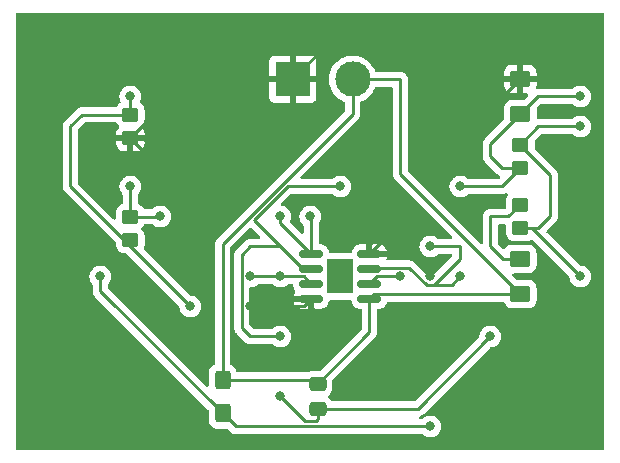
<source format=gbr>
%TF.GenerationSoftware,KiCad,Pcbnew,(6.0.10)*%
%TF.CreationDate,2023-02-17T13:08:41-08:00*%
%TF.ProjectId,Lab 6b,4c616220-3662-42e6-9b69-6361645f7063,rev?*%
%TF.SameCoordinates,Original*%
%TF.FileFunction,Copper,L1,Top*%
%TF.FilePolarity,Positive*%
%FSLAX46Y46*%
G04 Gerber Fmt 4.6, Leading zero omitted, Abs format (unit mm)*
G04 Created by KiCad (PCBNEW (6.0.10)) date 2023-02-17 13:08:41*
%MOMM*%
%LPD*%
G01*
G04 APERTURE LIST*
G04 Aperture macros list*
%AMRoundRect*
0 Rectangle with rounded corners*
0 $1 Rounding radius*
0 $2 $3 $4 $5 $6 $7 $8 $9 X,Y pos of 4 corners*
0 Add a 4 corners polygon primitive as box body*
4,1,4,$2,$3,$4,$5,$6,$7,$8,$9,$2,$3,0*
0 Add four circle primitives for the rounded corners*
1,1,$1+$1,$2,$3*
1,1,$1+$1,$4,$5*
1,1,$1+$1,$6,$7*
1,1,$1+$1,$8,$9*
0 Add four rect primitives between the rounded corners*
20,1,$1+$1,$2,$3,$4,$5,0*
20,1,$1+$1,$4,$5,$6,$7,0*
20,1,$1+$1,$6,$7,$8,$9,0*
20,1,$1+$1,$8,$9,$2,$3,0*%
G04 Aperture macros list end*
%TA.AperFunction,SMDPad,CuDef*%
%ADD10RoundRect,0.250000X0.450000X-0.350000X0.450000X0.350000X-0.450000X0.350000X-0.450000X-0.350000X0*%
%TD*%
%TA.AperFunction,SMDPad,CuDef*%
%ADD11RoundRect,0.250001X0.624999X-0.462499X0.624999X0.462499X-0.624999X0.462499X-0.624999X-0.462499X0*%
%TD*%
%TA.AperFunction,ComponentPad*%
%ADD12R,3.000000X3.000000*%
%TD*%
%TA.AperFunction,ComponentPad*%
%ADD13C,3.000000*%
%TD*%
%TA.AperFunction,SMDPad,CuDef*%
%ADD14RoundRect,0.250000X0.425000X-0.537500X0.425000X0.537500X-0.425000X0.537500X-0.425000X-0.537500X0*%
%TD*%
%TA.AperFunction,SMDPad,CuDef*%
%ADD15RoundRect,0.150000X0.825000X0.150000X-0.825000X0.150000X-0.825000X-0.150000X0.825000X-0.150000X0*%
%TD*%
%TA.AperFunction,SMDPad,CuDef*%
%ADD16R,2.290000X3.000000*%
%TD*%
%TA.AperFunction,SMDPad,CuDef*%
%ADD17RoundRect,0.250000X0.475000X-0.337500X0.475000X0.337500X-0.475000X0.337500X-0.475000X-0.337500X0*%
%TD*%
%TA.AperFunction,ViaPad*%
%ADD18C,0.800000*%
%TD*%
%TA.AperFunction,Conductor*%
%ADD19C,0.250000*%
%TD*%
G04 APERTURE END LIST*
D10*
%TO.P,R3,1*%
%TO.N,Net-(D1-Pad1)*%
X144780000Y-84820000D03*
%TO.P,R3,2*%
%TO.N,/pin_3*%
X144780000Y-82820000D03*
%TD*%
%TO.P,R4,1*%
%TO.N,/pin_3*%
X144780000Y-89900000D03*
%TO.P,R4,2*%
%TO.N,Net-(D2-Pad2)*%
X144780000Y-87900000D03*
%TD*%
%TO.P,R1,1*%
%TO.N,+9V*%
X111760000Y-82280000D03*
%TO.P,R1,2*%
%TO.N,/pin_7*%
X111760000Y-80280000D03*
%TD*%
D11*
%TO.P,D1,1,K*%
%TO.N,Net-(D1-Pad1)*%
X144780000Y-80227500D03*
%TO.P,D1,2,A*%
%TO.N,+9V*%
X144780000Y-77252500D03*
%TD*%
D12*
%TO.P,J1,1,Pin_1*%
%TO.N,+9V*%
X125512500Y-77281250D03*
D13*
%TO.P,J1,2,Pin_2*%
%TO.N,GND*%
X130592500Y-77281250D03*
%TD*%
D10*
%TO.P,R2,1*%
%TO.N,/pin_7*%
X111760000Y-90920000D03*
%TO.P,R2,2*%
%TO.N,/pin_2*%
X111760000Y-88920000D03*
%TD*%
D14*
%TO.P,C1,1*%
%TO.N,/pin_2*%
X119580000Y-105577500D03*
%TO.P,C1,2*%
%TO.N,GND*%
X119580000Y-102702500D03*
%TD*%
D15*
%TO.P,U1,1,GND*%
%TO.N,GND*%
X132015000Y-95885000D03*
%TO.P,U1,2,TR*%
%TO.N,/pin_2*%
X132015000Y-94615000D03*
%TO.P,U1,3,Q*%
%TO.N,/pin_3*%
X132015000Y-93345000D03*
%TO.P,U1,4,R*%
%TO.N,+9V*%
X132015000Y-92075000D03*
%TO.P,U1,5,CV*%
%TO.N,Net-(C2-Pad1)*%
X127065000Y-92075000D03*
%TO.P,U1,6,THR*%
%TO.N,/pin_2*%
X127065000Y-93345000D03*
%TO.P,U1,7,DIS*%
%TO.N,/pin_7*%
X127065000Y-94615000D03*
%TO.P,U1,8,VCC*%
%TO.N,+9V*%
X127065000Y-95885000D03*
D16*
%TO.P,U1,9*%
%TO.N,N/C*%
X129540000Y-93980000D03*
%TD*%
D17*
%TO.P,C2,1*%
%TO.N,Net-(C2-Pad1)*%
X127625000Y-105177500D03*
%TO.P,C2,2*%
%TO.N,GND*%
X127625000Y-103102500D03*
%TD*%
D11*
%TO.P,D2,1,K*%
%TO.N,GND*%
X144780000Y-95467500D03*
%TO.P,D2,2,A*%
%TO.N,Net-(D2-Pad2)*%
X144780000Y-92492500D03*
%TD*%
D18*
%TO.N,/pin_2*%
X114300000Y-88900000D03*
X129540000Y-86360000D03*
X134620000Y-93980000D03*
X137160000Y-106680000D03*
X109220000Y-93980000D03*
X111760000Y-86360000D03*
X124460000Y-99060000D03*
%TO.N,Net-(C2-Pad1)*%
X142240000Y-99060000D03*
X127000000Y-88900000D03*
X124460000Y-104140000D03*
X124460000Y-88900000D03*
%TO.N,Net-(D1-Pad1)*%
X149860000Y-78740000D03*
X139700000Y-86360000D03*
X139700000Y-86360000D03*
%TO.N,+9V*%
X121920000Y-96520000D03*
X129540000Y-99060000D03*
X137160000Y-86360000D03*
X134620000Y-88900000D03*
X116840000Y-93980000D03*
X137160000Y-93980000D03*
%TO.N,/pin_7*%
X111760000Y-78740000D03*
X116840000Y-96520000D03*
X124460000Y-93980000D03*
X121920000Y-93980000D03*
X116840000Y-96520000D03*
X121920000Y-93980000D03*
%TO.N,/pin_3*%
X139700000Y-93980000D03*
X149860000Y-81280000D03*
X137160000Y-91440000D03*
X149860000Y-93980000D03*
%TD*%
D19*
%TO.N,/pin_2*%
X109220000Y-95217500D02*
X109220000Y-93980000D01*
X132650000Y-93980000D02*
X134620000Y-93980000D01*
X121920000Y-91440000D02*
X121195000Y-92165000D01*
X126365000Y-93345000D02*
X124460000Y-91440000D01*
X114280000Y-88920000D02*
X114300000Y-88900000D01*
X127065000Y-93345000D02*
X126365000Y-93345000D01*
X124460000Y-91440000D02*
X121920000Y-91440000D01*
X111760000Y-88920000D02*
X114280000Y-88920000D01*
X125096396Y-86360000D02*
X129540000Y-86360000D01*
X127065000Y-93345000D02*
X127000000Y-93410000D01*
X111760000Y-88920000D02*
X111760000Y-86360000D01*
X119580000Y-105577500D02*
X109220000Y-95217500D01*
X121195000Y-98335000D02*
X121920000Y-99060000D01*
X132015000Y-94615000D02*
X132650000Y-93980000D01*
X126430000Y-93410000D02*
X122238198Y-89218198D01*
X121920000Y-99060000D02*
X124460000Y-99060000D01*
X127000000Y-93410000D02*
X126430000Y-93410000D01*
X119580000Y-105577500D02*
X120682500Y-106680000D01*
X122238198Y-89218198D02*
X125096396Y-86360000D01*
X121195000Y-92165000D02*
X121195000Y-98335000D01*
X120682500Y-106680000D02*
X137160000Y-106680000D01*
%TO.N,GND*%
X127225000Y-102702500D02*
X119580000Y-102702500D01*
X127625000Y-103102500D02*
X127225000Y-102702500D01*
X119580000Y-91240000D02*
X130592500Y-80227500D01*
X130592500Y-80227500D02*
X130592500Y-77281250D01*
X134620000Y-85307500D02*
X144780000Y-95467500D01*
X134620000Y-77281250D02*
X130592500Y-77281250D01*
X132015000Y-95885000D02*
X132015000Y-98712500D01*
X132015000Y-95885000D02*
X132432500Y-95467500D01*
X119580000Y-102702500D02*
X119580000Y-91240000D01*
X132432500Y-95467500D02*
X144780000Y-95467500D01*
X132015000Y-98712500D02*
X127625000Y-103102500D01*
X134620000Y-77281250D02*
X134620000Y-85307500D01*
%TO.N,Net-(C2-Pad1)*%
X127065000Y-92075000D02*
X124460000Y-89470000D01*
X136122500Y-105177500D02*
X142240000Y-99060000D01*
X127625000Y-106055000D02*
X127450000Y-106230000D01*
X127450000Y-106230000D02*
X126550000Y-106230000D01*
X127065000Y-92075000D02*
X127065000Y-88965000D01*
X124460000Y-89470000D02*
X124460000Y-88900000D01*
X127625000Y-105177500D02*
X127625000Y-106055000D01*
X127065000Y-88965000D02*
X127000000Y-88900000D01*
X126550000Y-106230000D02*
X124460000Y-104140000D01*
X127625000Y-105177500D02*
X136122500Y-105177500D01*
%TO.N,Net-(D1-Pad1)*%
X144780000Y-84820000D02*
X143240000Y-86360000D01*
X143240000Y-86360000D02*
X139700000Y-86360000D01*
X146267500Y-78740000D02*
X149860000Y-78740000D01*
X144780000Y-80227500D02*
X142240000Y-82767500D01*
X142240000Y-83820000D02*
X143240000Y-84820000D01*
X144780000Y-80227500D02*
X146267500Y-78740000D01*
X142240000Y-82767500D02*
X142240000Y-83820000D01*
X143240000Y-84820000D02*
X144780000Y-84820000D01*
%TO.N,+9V*%
X132015000Y-92075000D02*
X135255000Y-92075000D01*
X127065000Y-96585000D02*
X129540000Y-99060000D01*
X116758750Y-77281250D02*
X111760000Y-82280000D01*
X125512500Y-77281250D02*
X116758750Y-77281250D01*
X129133750Y-73660000D02*
X144780000Y-73660000D01*
X144780000Y-77252500D02*
X144780000Y-73660000D01*
X135255000Y-92075000D02*
X137160000Y-93980000D01*
X116840000Y-87360000D02*
X116840000Y-93980000D01*
X127065000Y-95885000D02*
X127065000Y-96585000D01*
X132015000Y-92075000D02*
X134620000Y-89470000D01*
X127065000Y-95885000D02*
X126430000Y-96520000D01*
X111760000Y-82280000D02*
X116840000Y-87360000D01*
X144780000Y-77252500D02*
X137160000Y-84872500D01*
X134620000Y-89470000D02*
X134620000Y-88900000D01*
X126430000Y-96520000D02*
X121920000Y-96520000D01*
X125512500Y-77281250D02*
X129133750Y-73660000D01*
X137160000Y-84872500D02*
X137160000Y-86360000D01*
%TO.N,Net-(D2-Pad2)*%
X142240000Y-91440000D02*
X143292500Y-92492500D01*
X143292500Y-92492500D02*
X144780000Y-92492500D01*
X143780000Y-88900000D02*
X142240000Y-88900000D01*
X144780000Y-87900000D02*
X143780000Y-88900000D01*
X142240000Y-88900000D02*
X142240000Y-91440000D01*
%TO.N,/pin_7*%
X111760000Y-80280000D02*
X107680000Y-80280000D01*
X111760000Y-91440000D02*
X116840000Y-96520000D01*
X126430000Y-93980000D02*
X124460000Y-93980000D01*
X126430000Y-93980000D02*
X124460000Y-93980000D01*
X124460000Y-93980000D02*
X121920000Y-93980000D01*
X106680000Y-81280000D02*
X106680000Y-86360000D01*
X106680000Y-86360000D02*
X111760000Y-91440000D01*
X111760000Y-90920000D02*
X111760000Y-91440000D01*
X127065000Y-94615000D02*
X126430000Y-93980000D01*
X107680000Y-80280000D02*
X106680000Y-81280000D01*
X111760000Y-80280000D02*
X111760000Y-78740000D01*
%TO.N,/pin_3*%
X147320000Y-85360000D02*
X147320000Y-88900000D01*
X136847500Y-94705000D02*
X137460305Y-94705000D01*
X132015000Y-93345000D02*
X132080000Y-93410000D01*
X144780000Y-82820000D02*
X147320000Y-85360000D01*
X132105000Y-93255000D02*
X135397500Y-93255000D01*
X144780000Y-82820000D02*
X146320000Y-81280000D01*
X147320000Y-88900000D02*
X146320000Y-89900000D01*
X144780000Y-89900000D02*
X145780000Y-89900000D01*
X146320000Y-89900000D02*
X144780000Y-89900000D01*
X138975000Y-94705000D02*
X139700000Y-93980000D01*
X146320000Y-81280000D02*
X149860000Y-81280000D01*
X137460305Y-94705000D02*
X139700000Y-92465305D01*
X136847500Y-94705000D02*
X138975000Y-94705000D01*
X145780000Y-89900000D02*
X149860000Y-93980000D01*
X135397500Y-93255000D02*
X136847500Y-94705000D01*
X139700000Y-91440000D02*
X137160000Y-91440000D01*
X139700000Y-92465305D02*
X139700000Y-91440000D01*
%TD*%
%TA.AperFunction,Conductor*%
%TO.N,+9V*%
G36*
X151833621Y-71648502D02*
G01*
X151880114Y-71702158D01*
X151891500Y-71754500D01*
X151891500Y-108585500D01*
X151871498Y-108653621D01*
X151817842Y-108700114D01*
X151765500Y-108711500D01*
X102234500Y-108711500D01*
X102166379Y-108691498D01*
X102119886Y-108637842D01*
X102108500Y-108585500D01*
X102108500Y-93980000D01*
X108306496Y-93980000D01*
X108326458Y-94169928D01*
X108385473Y-94351556D01*
X108480960Y-94516944D01*
X108554137Y-94598215D01*
X108584853Y-94662221D01*
X108586500Y-94682524D01*
X108586500Y-95138733D01*
X108585973Y-95149916D01*
X108584298Y-95157409D01*
X108584547Y-95165335D01*
X108584547Y-95165336D01*
X108586438Y-95225486D01*
X108586500Y-95229445D01*
X108586500Y-95257356D01*
X108586997Y-95261290D01*
X108586997Y-95261291D01*
X108587005Y-95261356D01*
X108587938Y-95273193D01*
X108589327Y-95317389D01*
X108594538Y-95335324D01*
X108594978Y-95336839D01*
X108598987Y-95356200D01*
X108601526Y-95376297D01*
X108604445Y-95383668D01*
X108604445Y-95383670D01*
X108617804Y-95417412D01*
X108621649Y-95428642D01*
X108633982Y-95471093D01*
X108638015Y-95477912D01*
X108638017Y-95477917D01*
X108644293Y-95488528D01*
X108652988Y-95506276D01*
X108660448Y-95525117D01*
X108665110Y-95531533D01*
X108665110Y-95531534D01*
X108686436Y-95560887D01*
X108692952Y-95570807D01*
X108705189Y-95591498D01*
X108715458Y-95608862D01*
X108729779Y-95623183D01*
X108742619Y-95638216D01*
X108754528Y-95654607D01*
X108760634Y-95659658D01*
X108788605Y-95682798D01*
X108797384Y-95690788D01*
X118359595Y-105252999D01*
X118393621Y-105315311D01*
X118396500Y-105342094D01*
X118396500Y-106165400D01*
X118407474Y-106271166D01*
X118409655Y-106277702D01*
X118409655Y-106277704D01*
X118419911Y-106308444D01*
X118463450Y-106438946D01*
X118556522Y-106589348D01*
X118681697Y-106714305D01*
X118832262Y-106807115D01*
X118912005Y-106833564D01*
X118993611Y-106860632D01*
X118993613Y-106860632D01*
X119000139Y-106862797D01*
X119006975Y-106863497D01*
X119006978Y-106863498D01*
X119050031Y-106867909D01*
X119104600Y-106873500D01*
X119927906Y-106873500D01*
X119996027Y-106893502D01*
X120017001Y-106910405D01*
X120178843Y-107072247D01*
X120186387Y-107080537D01*
X120190500Y-107087018D01*
X120196277Y-107092443D01*
X120240167Y-107133658D01*
X120243009Y-107136413D01*
X120262730Y-107156134D01*
X120265925Y-107158612D01*
X120274947Y-107166318D01*
X120307179Y-107196586D01*
X120314128Y-107200406D01*
X120324932Y-107206346D01*
X120341456Y-107217199D01*
X120357459Y-107229613D01*
X120398043Y-107247176D01*
X120408673Y-107252383D01*
X120447440Y-107273695D01*
X120455117Y-107275666D01*
X120455122Y-107275668D01*
X120467058Y-107278732D01*
X120485766Y-107285137D01*
X120504355Y-107293181D01*
X120512180Y-107294420D01*
X120512182Y-107294421D01*
X120548019Y-107300097D01*
X120559640Y-107302504D01*
X120594789Y-107311528D01*
X120602470Y-107313500D01*
X120622731Y-107313500D01*
X120642440Y-107315051D01*
X120662443Y-107318219D01*
X120670335Y-107317473D01*
X120675562Y-107316979D01*
X120706454Y-107314059D01*
X120718311Y-107313500D01*
X136451800Y-107313500D01*
X136519921Y-107333502D01*
X136539147Y-107349843D01*
X136539420Y-107349540D01*
X136544332Y-107353963D01*
X136548747Y-107358866D01*
X136703248Y-107471118D01*
X136709276Y-107473802D01*
X136709278Y-107473803D01*
X136871681Y-107546109D01*
X136877712Y-107548794D01*
X136971113Y-107568647D01*
X137058056Y-107587128D01*
X137058061Y-107587128D01*
X137064513Y-107588500D01*
X137255487Y-107588500D01*
X137261939Y-107587128D01*
X137261944Y-107587128D01*
X137348888Y-107568647D01*
X137442288Y-107548794D01*
X137448319Y-107546109D01*
X137610722Y-107473803D01*
X137610724Y-107473802D01*
X137616752Y-107471118D01*
X137771253Y-107358866D01*
X137807852Y-107318219D01*
X137894621Y-107221852D01*
X137894622Y-107221851D01*
X137899040Y-107216944D01*
X137974053Y-107087018D01*
X137991223Y-107057279D01*
X137991224Y-107057278D01*
X137994527Y-107051556D01*
X138053542Y-106869928D01*
X138054292Y-106862797D01*
X138072814Y-106686565D01*
X138073504Y-106680000D01*
X138053542Y-106490072D01*
X137994527Y-106308444D01*
X137973005Y-106271166D01*
X137957314Y-106243990D01*
X137899040Y-106143056D01*
X137771253Y-106001134D01*
X137635589Y-105902568D01*
X137622094Y-105892763D01*
X137622093Y-105892762D01*
X137616752Y-105888882D01*
X137610724Y-105886198D01*
X137610722Y-105886197D01*
X137448319Y-105813891D01*
X137448318Y-105813891D01*
X137442288Y-105811206D01*
X137348888Y-105791353D01*
X137261944Y-105772872D01*
X137261939Y-105772872D01*
X137255487Y-105771500D01*
X137064513Y-105771500D01*
X137058061Y-105772872D01*
X137058056Y-105772872D01*
X136971113Y-105791353D01*
X136877712Y-105811206D01*
X136871682Y-105813891D01*
X136871681Y-105813891D01*
X136709278Y-105886197D01*
X136709276Y-105886198D01*
X136703248Y-105888882D01*
X136697907Y-105892762D01*
X136697906Y-105892763D01*
X136684411Y-105902568D01*
X136548747Y-106001134D01*
X136544332Y-106006037D01*
X136539420Y-106010460D01*
X136538295Y-106009211D01*
X136484986Y-106042051D01*
X136451800Y-106046500D01*
X136298960Y-106046500D01*
X136230839Y-106026498D01*
X136184346Y-105972842D01*
X136174242Y-105902568D01*
X136203736Y-105837988D01*
X136267626Y-105798458D01*
X136273431Y-105796968D01*
X136281297Y-105795974D01*
X136288665Y-105793057D01*
X136288672Y-105793055D01*
X136322412Y-105779696D01*
X136333642Y-105775851D01*
X136368483Y-105765729D01*
X136368484Y-105765729D01*
X136376093Y-105763518D01*
X136382912Y-105759485D01*
X136382917Y-105759483D01*
X136393528Y-105753207D01*
X136411276Y-105744512D01*
X136430117Y-105737052D01*
X136465887Y-105711064D01*
X136475807Y-105704548D01*
X136507035Y-105686080D01*
X136507038Y-105686078D01*
X136513862Y-105682042D01*
X136528183Y-105667721D01*
X136543217Y-105654880D01*
X136553194Y-105647631D01*
X136559607Y-105642972D01*
X136587798Y-105608895D01*
X136595788Y-105600116D01*
X142190499Y-100005405D01*
X142252811Y-99971379D01*
X142279594Y-99968500D01*
X142335487Y-99968500D01*
X142341939Y-99967128D01*
X142341944Y-99967128D01*
X142428888Y-99948647D01*
X142522288Y-99928794D01*
X142528319Y-99926109D01*
X142690722Y-99853803D01*
X142690724Y-99853802D01*
X142696752Y-99851118D01*
X142851253Y-99738866D01*
X142887851Y-99698220D01*
X142974621Y-99601852D01*
X142974622Y-99601851D01*
X142979040Y-99596944D01*
X143074527Y-99431556D01*
X143133542Y-99249928D01*
X143137092Y-99216157D01*
X143152814Y-99066565D01*
X143153504Y-99060000D01*
X143139624Y-98927938D01*
X143134232Y-98876635D01*
X143134232Y-98876633D01*
X143133542Y-98870072D01*
X143074527Y-98688444D01*
X143071168Y-98682625D01*
X143012484Y-98580983D01*
X142979040Y-98523056D01*
X142906505Y-98442497D01*
X142855675Y-98386045D01*
X142855674Y-98386044D01*
X142851253Y-98381134D01*
X142715958Y-98282836D01*
X142702094Y-98272763D01*
X142702093Y-98272762D01*
X142696752Y-98268882D01*
X142690724Y-98266198D01*
X142690722Y-98266197D01*
X142528319Y-98193891D01*
X142528318Y-98193891D01*
X142522288Y-98191206D01*
X142428888Y-98171353D01*
X142341944Y-98152872D01*
X142341939Y-98152872D01*
X142335487Y-98151500D01*
X142144513Y-98151500D01*
X142138061Y-98152872D01*
X142138056Y-98152872D01*
X142051112Y-98171353D01*
X141957712Y-98191206D01*
X141951682Y-98193891D01*
X141951681Y-98193891D01*
X141789278Y-98266197D01*
X141789276Y-98266198D01*
X141783248Y-98268882D01*
X141777907Y-98272762D01*
X141777906Y-98272763D01*
X141764042Y-98282836D01*
X141628747Y-98381134D01*
X141624326Y-98386044D01*
X141624325Y-98386045D01*
X141573496Y-98442497D01*
X141500960Y-98523056D01*
X141467516Y-98580983D01*
X141408833Y-98682625D01*
X141405473Y-98688444D01*
X141346458Y-98870072D01*
X141345768Y-98876633D01*
X141345768Y-98876635D01*
X141329093Y-99035292D01*
X141302080Y-99100949D01*
X141292878Y-99111217D01*
X135897000Y-104507095D01*
X135834688Y-104541121D01*
X135807905Y-104544000D01*
X128879046Y-104544000D01*
X128810925Y-104523998D01*
X128771902Y-104484303D01*
X128702332Y-104371880D01*
X128698478Y-104365652D01*
X128573303Y-104240695D01*
X128569084Y-104238094D01*
X128528583Y-104180970D01*
X128525351Y-104110047D01*
X128560976Y-104048635D01*
X128568530Y-104042078D01*
X128574348Y-104038478D01*
X128699305Y-103913303D01*
X128703146Y-103907072D01*
X128788275Y-103768968D01*
X128788276Y-103768966D01*
X128792115Y-103762738D01*
X128847797Y-103594861D01*
X128858500Y-103490400D01*
X128858500Y-102817094D01*
X128878502Y-102748973D01*
X128895405Y-102727999D01*
X132407247Y-99216157D01*
X132415537Y-99208613D01*
X132422018Y-99204500D01*
X132468659Y-99154832D01*
X132471413Y-99151991D01*
X132491135Y-99132269D01*
X132493612Y-99129076D01*
X132501317Y-99120055D01*
X132526159Y-99093600D01*
X132531586Y-99087821D01*
X132538126Y-99075925D01*
X132541346Y-99070068D01*
X132552202Y-99053541D01*
X132559757Y-99043802D01*
X132559758Y-99043800D01*
X132564614Y-99037540D01*
X132582174Y-98996960D01*
X132587391Y-98986312D01*
X132604875Y-98954509D01*
X132604876Y-98954507D01*
X132608695Y-98947560D01*
X132613733Y-98927937D01*
X132620137Y-98909234D01*
X132625033Y-98897920D01*
X132625033Y-98897919D01*
X132628181Y-98890645D01*
X132629420Y-98882822D01*
X132629423Y-98882812D01*
X132635099Y-98846976D01*
X132637505Y-98835356D01*
X132646528Y-98800211D01*
X132646528Y-98800210D01*
X132648500Y-98792530D01*
X132648500Y-98772276D01*
X132650051Y-98752565D01*
X132651980Y-98740386D01*
X132653220Y-98732557D01*
X132649059Y-98688538D01*
X132648500Y-98676681D01*
X132648500Y-96819500D01*
X132668502Y-96751379D01*
X132722158Y-96704886D01*
X132774500Y-96693500D01*
X132906502Y-96693500D01*
X132908950Y-96693307D01*
X132908958Y-96693307D01*
X132937421Y-96691067D01*
X132937426Y-96691066D01*
X132943831Y-96690562D01*
X133043769Y-96661528D01*
X133095988Y-96646357D01*
X133095990Y-96646356D01*
X133103601Y-96644145D01*
X133148327Y-96617694D01*
X133239980Y-96563491D01*
X133239983Y-96563489D01*
X133246807Y-96559453D01*
X133364453Y-96441807D01*
X133368489Y-96434983D01*
X133368491Y-96434980D01*
X133445108Y-96305427D01*
X133449145Y-96298601D01*
X133451357Y-96290988D01*
X133480160Y-96191847D01*
X133518373Y-96132012D01*
X133582869Y-96102334D01*
X133601157Y-96101000D01*
X143321633Y-96101000D01*
X143389754Y-96121002D01*
X143436247Y-96174658D01*
X143441156Y-96187123D01*
X143460730Y-96245791D01*
X143463450Y-96253945D01*
X143556522Y-96404348D01*
X143681697Y-96529305D01*
X143687927Y-96533145D01*
X143687928Y-96533146D01*
X143825090Y-96617694D01*
X143832262Y-96622115D01*
X143885123Y-96639648D01*
X143993611Y-96675632D01*
X143993613Y-96675632D01*
X144000139Y-96677797D01*
X144006975Y-96678497D01*
X144006978Y-96678498D01*
X144050031Y-96682909D01*
X144104600Y-96688500D01*
X145455400Y-96688500D01*
X145458646Y-96688163D01*
X145458650Y-96688163D01*
X145554307Y-96678238D01*
X145554311Y-96678237D01*
X145561165Y-96677526D01*
X145567701Y-96675345D01*
X145567703Y-96675345D01*
X145699805Y-96631272D01*
X145728945Y-96621550D01*
X145879348Y-96528478D01*
X146004305Y-96403303D01*
X146045400Y-96336635D01*
X146093275Y-96258968D01*
X146093276Y-96258966D01*
X146097115Y-96252738D01*
X146132847Y-96145008D01*
X146150632Y-96091389D01*
X146150632Y-96091387D01*
X146152797Y-96084861D01*
X146163500Y-95980400D01*
X146163500Y-94954600D01*
X146160915Y-94929688D01*
X146153238Y-94855693D01*
X146153237Y-94855689D01*
X146152526Y-94848835D01*
X146140904Y-94813998D01*
X146098868Y-94688003D01*
X146096550Y-94681055D01*
X146003478Y-94530652D01*
X145878303Y-94405695D01*
X145872072Y-94401854D01*
X145733968Y-94316725D01*
X145733966Y-94316724D01*
X145727738Y-94312885D01*
X145647995Y-94286436D01*
X145566389Y-94259368D01*
X145566387Y-94259368D01*
X145559861Y-94257203D01*
X145553025Y-94256503D01*
X145553022Y-94256502D01*
X145509969Y-94252091D01*
X145455400Y-94246500D01*
X144507095Y-94246500D01*
X144438974Y-94226498D01*
X144417999Y-94209595D01*
X144137000Y-93928595D01*
X144102975Y-93866283D01*
X144108040Y-93795467D01*
X144150587Y-93738632D01*
X144217107Y-93713821D01*
X144226096Y-93713500D01*
X145455400Y-93713500D01*
X145458646Y-93713163D01*
X145458650Y-93713163D01*
X145554307Y-93703238D01*
X145554311Y-93703237D01*
X145561165Y-93702526D01*
X145567701Y-93700345D01*
X145567703Y-93700345D01*
X145721997Y-93648868D01*
X145728945Y-93646550D01*
X145879348Y-93553478D01*
X146004305Y-93428303D01*
X146008146Y-93422072D01*
X146093275Y-93283968D01*
X146093276Y-93283966D01*
X146097115Y-93277738D01*
X146152797Y-93109861D01*
X146156728Y-93071500D01*
X146163172Y-93008598D01*
X146163500Y-93005400D01*
X146163500Y-91979600D01*
X146161925Y-91964419D01*
X146153238Y-91880693D01*
X146153237Y-91880689D01*
X146152526Y-91873835D01*
X146149290Y-91864134D01*
X146098868Y-91713003D01*
X146096550Y-91706055D01*
X146003478Y-91555652D01*
X145878303Y-91430695D01*
X145857744Y-91418022D01*
X145733968Y-91341725D01*
X145733966Y-91341724D01*
X145727738Y-91337885D01*
X145647995Y-91311436D01*
X145566389Y-91284368D01*
X145566387Y-91284368D01*
X145559861Y-91282203D01*
X145553025Y-91281503D01*
X145553022Y-91281502D01*
X145497553Y-91275819D01*
X145455400Y-91271500D01*
X144104600Y-91271500D01*
X144101354Y-91271837D01*
X144101350Y-91271837D01*
X144005693Y-91281762D01*
X144005689Y-91281763D01*
X143998835Y-91282474D01*
X143992299Y-91284655D01*
X143992297Y-91284655D01*
X143894800Y-91317183D01*
X143831055Y-91338450D01*
X143680652Y-91431522D01*
X143555695Y-91556697D01*
X143551855Y-91562927D01*
X143551854Y-91562928D01*
X143523754Y-91608515D01*
X143470982Y-91656008D01*
X143400910Y-91667432D01*
X143335786Y-91639158D01*
X143327398Y-91631494D01*
X143142470Y-91446565D01*
X142910404Y-91214499D01*
X142876379Y-91152187D01*
X142873500Y-91125404D01*
X142873500Y-89659500D01*
X142893502Y-89591379D01*
X142947158Y-89544886D01*
X142999500Y-89533500D01*
X143445500Y-89533500D01*
X143513621Y-89553502D01*
X143560114Y-89607158D01*
X143571500Y-89659500D01*
X143571500Y-90300400D01*
X143582474Y-90406166D01*
X143638450Y-90573946D01*
X143731522Y-90724348D01*
X143856697Y-90849305D01*
X143862927Y-90853145D01*
X143862928Y-90853146D01*
X143989912Y-90931420D01*
X144007262Y-90942115D01*
X144051515Y-90956793D01*
X144168611Y-90995632D01*
X144168613Y-90995632D01*
X144175139Y-90997797D01*
X144181975Y-90998497D01*
X144181978Y-90998498D01*
X144225031Y-91002909D01*
X144279600Y-91008500D01*
X145280400Y-91008500D01*
X145283646Y-91008163D01*
X145283650Y-91008163D01*
X145379308Y-90998238D01*
X145379312Y-90998237D01*
X145386166Y-90997526D01*
X145392702Y-90995345D01*
X145392704Y-90995345D01*
X145529281Y-90949779D01*
X145553946Y-90941550D01*
X145698715Y-90851964D01*
X145767163Y-90833127D01*
X145834933Y-90854288D01*
X145854110Y-90870014D01*
X148912878Y-93928782D01*
X148946904Y-93991094D01*
X148949092Y-94004703D01*
X148966458Y-94169928D01*
X149025473Y-94351556D01*
X149120960Y-94516944D01*
X149248747Y-94658866D01*
X149403248Y-94771118D01*
X149409276Y-94773802D01*
X149409278Y-94773803D01*
X149544484Y-94834000D01*
X149577712Y-94848794D01*
X149641822Y-94862421D01*
X149758056Y-94887128D01*
X149758061Y-94887128D01*
X149764513Y-94888500D01*
X149955487Y-94888500D01*
X149961939Y-94887128D01*
X149961944Y-94887128D01*
X150078178Y-94862421D01*
X150142288Y-94848794D01*
X150175516Y-94834000D01*
X150310722Y-94773803D01*
X150310724Y-94773802D01*
X150316752Y-94771118D01*
X150471253Y-94658866D01*
X150599040Y-94516944D01*
X150694527Y-94351556D01*
X150753542Y-94169928D01*
X150773504Y-93980000D01*
X150753542Y-93790072D01*
X150694527Y-93608444D01*
X150599040Y-93443056D01*
X150590421Y-93433483D01*
X150475675Y-93306045D01*
X150475674Y-93306044D01*
X150471253Y-93301134D01*
X150316752Y-93188882D01*
X150310724Y-93186198D01*
X150310722Y-93186197D01*
X150148319Y-93113891D01*
X150148318Y-93113891D01*
X150142288Y-93111206D01*
X150048887Y-93091353D01*
X149961944Y-93072872D01*
X149961939Y-93072872D01*
X149955487Y-93071500D01*
X149899595Y-93071500D01*
X149831474Y-93051498D01*
X149810500Y-93034595D01*
X147035000Y-90259095D01*
X147000974Y-90196783D01*
X147006039Y-90125968D01*
X147035000Y-90080905D01*
X147712253Y-89403652D01*
X147720538Y-89396112D01*
X147727018Y-89392000D01*
X147773659Y-89342332D01*
X147776413Y-89339491D01*
X147796135Y-89319769D01*
X147798612Y-89316576D01*
X147806317Y-89307555D01*
X147819336Y-89293691D01*
X147836586Y-89275321D01*
X147840407Y-89268371D01*
X147846346Y-89257568D01*
X147857202Y-89241041D01*
X147864757Y-89231302D01*
X147864758Y-89231300D01*
X147869614Y-89225040D01*
X147887174Y-89184460D01*
X147892391Y-89173812D01*
X147909875Y-89142009D01*
X147909876Y-89142007D01*
X147913695Y-89135060D01*
X147915860Y-89126630D01*
X147918733Y-89115438D01*
X147925137Y-89096734D01*
X147930033Y-89085420D01*
X147930033Y-89085419D01*
X147933181Y-89078145D01*
X147934420Y-89070322D01*
X147934423Y-89070312D01*
X147940099Y-89034476D01*
X147942505Y-89022856D01*
X147951528Y-88987711D01*
X147951528Y-88987710D01*
X147953500Y-88980030D01*
X147953500Y-88959776D01*
X147955051Y-88940065D01*
X147956980Y-88927886D01*
X147958220Y-88920057D01*
X147954059Y-88876038D01*
X147953500Y-88864181D01*
X147953500Y-85438763D01*
X147954027Y-85427579D01*
X147955701Y-85420091D01*
X147953562Y-85352032D01*
X147953500Y-85348075D01*
X147953500Y-85320144D01*
X147952994Y-85316138D01*
X147952061Y-85304292D01*
X147950922Y-85268037D01*
X147950673Y-85260110D01*
X147945022Y-85240658D01*
X147941014Y-85221306D01*
X147939468Y-85209068D01*
X147939467Y-85209066D01*
X147938474Y-85201203D01*
X147922194Y-85160086D01*
X147918359Y-85148885D01*
X147906018Y-85106406D01*
X147901985Y-85099587D01*
X147901983Y-85099582D01*
X147895707Y-85088971D01*
X147887010Y-85071221D01*
X147879552Y-85052383D01*
X147853571Y-85016623D01*
X147847053Y-85006701D01*
X147828578Y-84975460D01*
X147828574Y-84975455D01*
X147824542Y-84968637D01*
X147810218Y-84954313D01*
X147797376Y-84939278D01*
X147785472Y-84922893D01*
X147751406Y-84894711D01*
X147742627Y-84886722D01*
X146025405Y-83169500D01*
X145991379Y-83107188D01*
X145988500Y-83080405D01*
X145988500Y-82559595D01*
X146008502Y-82491474D01*
X146025405Y-82470500D01*
X146545500Y-81950405D01*
X146607812Y-81916379D01*
X146634595Y-81913500D01*
X149151800Y-81913500D01*
X149219921Y-81933502D01*
X149239147Y-81949843D01*
X149239420Y-81949540D01*
X149244332Y-81953963D01*
X149248747Y-81958866D01*
X149270329Y-81974546D01*
X149341149Y-82026000D01*
X149403248Y-82071118D01*
X149409276Y-82073802D01*
X149409278Y-82073803D01*
X149571681Y-82146109D01*
X149577712Y-82148794D01*
X149671112Y-82168647D01*
X149758056Y-82187128D01*
X149758061Y-82187128D01*
X149764513Y-82188500D01*
X149955487Y-82188500D01*
X149961939Y-82187128D01*
X149961944Y-82187128D01*
X150048888Y-82168647D01*
X150142288Y-82148794D01*
X150148319Y-82146109D01*
X150310722Y-82073803D01*
X150310724Y-82073802D01*
X150316752Y-82071118D01*
X150471253Y-81958866D01*
X150494091Y-81933502D01*
X150594621Y-81821852D01*
X150594622Y-81821851D01*
X150599040Y-81816944D01*
X150661580Y-81708621D01*
X150691223Y-81657279D01*
X150691224Y-81657278D01*
X150694527Y-81651556D01*
X150753542Y-81469928D01*
X150773504Y-81280000D01*
X150764164Y-81191138D01*
X150754232Y-81096635D01*
X150754232Y-81096633D01*
X150753542Y-81090072D01*
X150694527Y-80908444D01*
X150599040Y-80743056D01*
X150572629Y-80713723D01*
X150475675Y-80606045D01*
X150475674Y-80606044D01*
X150471253Y-80601134D01*
X150316752Y-80488882D01*
X150310724Y-80486198D01*
X150310722Y-80486197D01*
X150148319Y-80413891D01*
X150148318Y-80413891D01*
X150142288Y-80411206D01*
X150048888Y-80391353D01*
X149961944Y-80372872D01*
X149961939Y-80372872D01*
X149955487Y-80371500D01*
X149764513Y-80371500D01*
X149758061Y-80372872D01*
X149758056Y-80372872D01*
X149671112Y-80391353D01*
X149577712Y-80411206D01*
X149571682Y-80413891D01*
X149571681Y-80413891D01*
X149409278Y-80486197D01*
X149409276Y-80486198D01*
X149403248Y-80488882D01*
X149248747Y-80601134D01*
X149244332Y-80606037D01*
X149239420Y-80610460D01*
X149238295Y-80609211D01*
X149184986Y-80642051D01*
X149151800Y-80646500D01*
X146398767Y-80646500D01*
X146387584Y-80645973D01*
X146380091Y-80644298D01*
X146372165Y-80644547D01*
X146372164Y-80644547D01*
X146312001Y-80646438D01*
X146308043Y-80646500D01*
X146289500Y-80646500D01*
X146221379Y-80626498D01*
X146174886Y-80572842D01*
X146163500Y-80520500D01*
X146163500Y-79792094D01*
X146183502Y-79723973D01*
X146200405Y-79702999D01*
X146492999Y-79410405D01*
X146555311Y-79376379D01*
X146582094Y-79373500D01*
X149151800Y-79373500D01*
X149219921Y-79393502D01*
X149239147Y-79409843D01*
X149239420Y-79409540D01*
X149244332Y-79413963D01*
X149248747Y-79418866D01*
X149403248Y-79531118D01*
X149409276Y-79533802D01*
X149409278Y-79533803D01*
X149571681Y-79606109D01*
X149577712Y-79608794D01*
X149671113Y-79628647D01*
X149758056Y-79647128D01*
X149758061Y-79647128D01*
X149764513Y-79648500D01*
X149955487Y-79648500D01*
X149961939Y-79647128D01*
X149961944Y-79647128D01*
X150048887Y-79628647D01*
X150142288Y-79608794D01*
X150148319Y-79606109D01*
X150310722Y-79533803D01*
X150310724Y-79533802D01*
X150316752Y-79531118D01*
X150471253Y-79418866D01*
X150494091Y-79393502D01*
X150594621Y-79281852D01*
X150594622Y-79281851D01*
X150599040Y-79276944D01*
X150694527Y-79111556D01*
X150753542Y-78929928D01*
X150773504Y-78740000D01*
X150753542Y-78550072D01*
X150694527Y-78368444D01*
X150599040Y-78203056D01*
X150527030Y-78123080D01*
X150475675Y-78066045D01*
X150475674Y-78066044D01*
X150471253Y-78061134D01*
X150316752Y-77948882D01*
X150310724Y-77946198D01*
X150310722Y-77946197D01*
X150148319Y-77873891D01*
X150148318Y-77873891D01*
X150142288Y-77871206D01*
X150048888Y-77851353D01*
X149961944Y-77832872D01*
X149961939Y-77832872D01*
X149955487Y-77831500D01*
X149764513Y-77831500D01*
X149758061Y-77832872D01*
X149758056Y-77832872D01*
X149671112Y-77851353D01*
X149577712Y-77871206D01*
X149571682Y-77873891D01*
X149571681Y-77873891D01*
X149409278Y-77946197D01*
X149409276Y-77946198D01*
X149403248Y-77948882D01*
X149248747Y-78061134D01*
X149244332Y-78066037D01*
X149239420Y-78070460D01*
X149238295Y-78069211D01*
X149184986Y-78102051D01*
X149151800Y-78106500D01*
X146346268Y-78106500D01*
X146335085Y-78105973D01*
X146327592Y-78104298D01*
X146319666Y-78104547D01*
X146319665Y-78104547D01*
X146259502Y-78106438D01*
X146255544Y-78106500D01*
X146248322Y-78106500D01*
X146180201Y-78086498D01*
X146133708Y-78032842D01*
X146123604Y-77962568D01*
X146128729Y-77940832D01*
X146150140Y-77876281D01*
X146153005Y-77862919D01*
X146162672Y-77768561D01*
X146163000Y-77762145D01*
X146163000Y-77524615D01*
X146158525Y-77509376D01*
X146157135Y-77508171D01*
X146149452Y-77506500D01*
X145052115Y-77506500D01*
X145036876Y-77510975D01*
X145035671Y-77512365D01*
X145034000Y-77520048D01*
X145034000Y-78454885D01*
X145038475Y-78470124D01*
X145039865Y-78471329D01*
X145047548Y-78473000D01*
X145334406Y-78473000D01*
X145402527Y-78493002D01*
X145449020Y-78546658D01*
X145459124Y-78616932D01*
X145429630Y-78681512D01*
X145423501Y-78688095D01*
X145142001Y-78969595D01*
X145079689Y-79003621D01*
X145052906Y-79006500D01*
X144104600Y-79006500D01*
X144101354Y-79006837D01*
X144101350Y-79006837D01*
X144005693Y-79016762D01*
X144005689Y-79016763D01*
X143998835Y-79017474D01*
X143992299Y-79019655D01*
X143992297Y-79019655D01*
X143946606Y-79034899D01*
X143831055Y-79073450D01*
X143680652Y-79166522D01*
X143555695Y-79291697D01*
X143551855Y-79297927D01*
X143551854Y-79297928D01*
X143474916Y-79422745D01*
X143462885Y-79442262D01*
X143407203Y-79610139D01*
X143406503Y-79616975D01*
X143406502Y-79616978D01*
X143403213Y-79649077D01*
X143396500Y-79714600D01*
X143396500Y-80662905D01*
X143376498Y-80731026D01*
X143359595Y-80752000D01*
X141847747Y-82263848D01*
X141839461Y-82271388D01*
X141832982Y-82275500D01*
X141827557Y-82281277D01*
X141786357Y-82325151D01*
X141783602Y-82327993D01*
X141763865Y-82347730D01*
X141761385Y-82350927D01*
X141753682Y-82359947D01*
X141723414Y-82392179D01*
X141719595Y-82399125D01*
X141719593Y-82399128D01*
X141713652Y-82409934D01*
X141702801Y-82426453D01*
X141690386Y-82442459D01*
X141687241Y-82449728D01*
X141687238Y-82449732D01*
X141672826Y-82483037D01*
X141667609Y-82493687D01*
X141646305Y-82532440D01*
X141644334Y-82540115D01*
X141644334Y-82540116D01*
X141641267Y-82552062D01*
X141634863Y-82570766D01*
X141626819Y-82589355D01*
X141625580Y-82597178D01*
X141625577Y-82597188D01*
X141619901Y-82633024D01*
X141617495Y-82644644D01*
X141606500Y-82687470D01*
X141606500Y-82707724D01*
X141604949Y-82727434D01*
X141601780Y-82747443D01*
X141602526Y-82755335D01*
X141605941Y-82791461D01*
X141606500Y-82803319D01*
X141606500Y-83741233D01*
X141605973Y-83752416D01*
X141604298Y-83759909D01*
X141604547Y-83767835D01*
X141604547Y-83767836D01*
X141606438Y-83827986D01*
X141606500Y-83831945D01*
X141606500Y-83859856D01*
X141606997Y-83863790D01*
X141606997Y-83863791D01*
X141607005Y-83863856D01*
X141607938Y-83875693D01*
X141609327Y-83919889D01*
X141614978Y-83939339D01*
X141618987Y-83958700D01*
X141621526Y-83978797D01*
X141624445Y-83986168D01*
X141624445Y-83986170D01*
X141637804Y-84019912D01*
X141641649Y-84031142D01*
X141653982Y-84073593D01*
X141658015Y-84080412D01*
X141658017Y-84080417D01*
X141664293Y-84091028D01*
X141672988Y-84108776D01*
X141680448Y-84127617D01*
X141685110Y-84134033D01*
X141685110Y-84134034D01*
X141706436Y-84163387D01*
X141712952Y-84173307D01*
X141735458Y-84211362D01*
X141749779Y-84225683D01*
X141762619Y-84240716D01*
X141774528Y-84257107D01*
X141780634Y-84262158D01*
X141808605Y-84285298D01*
X141817384Y-84293288D01*
X142736343Y-85212247D01*
X142743887Y-85220537D01*
X142748000Y-85227018D01*
X142753777Y-85232443D01*
X142797667Y-85273658D01*
X142800509Y-85276413D01*
X142820231Y-85296135D01*
X142823355Y-85298558D01*
X142823359Y-85298562D01*
X142823424Y-85298612D01*
X142832445Y-85306317D01*
X142864679Y-85336586D01*
X142871627Y-85340405D01*
X142871629Y-85340407D01*
X142882432Y-85346346D01*
X142898959Y-85357202D01*
X142908698Y-85364757D01*
X142908700Y-85364758D01*
X142914960Y-85369614D01*
X142955540Y-85387174D01*
X142966188Y-85392391D01*
X143004940Y-85413695D01*
X143018122Y-85417080D01*
X143079126Y-85453394D01*
X143110814Y-85516927D01*
X143103123Y-85587506D01*
X143075879Y-85628215D01*
X143014499Y-85689595D01*
X142952187Y-85723621D01*
X142925404Y-85726500D01*
X140408200Y-85726500D01*
X140340079Y-85706498D01*
X140320853Y-85690157D01*
X140320580Y-85690460D01*
X140315668Y-85686037D01*
X140311253Y-85681134D01*
X140238417Y-85628215D01*
X140162094Y-85572763D01*
X140162093Y-85572762D01*
X140156752Y-85568882D01*
X140150724Y-85566198D01*
X140150722Y-85566197D01*
X139988319Y-85493891D01*
X139988318Y-85493891D01*
X139982288Y-85491206D01*
X139888887Y-85471353D01*
X139801944Y-85452872D01*
X139801939Y-85452872D01*
X139795487Y-85451500D01*
X139604513Y-85451500D01*
X139598061Y-85452872D01*
X139598056Y-85452872D01*
X139511112Y-85471353D01*
X139417712Y-85491206D01*
X139411682Y-85493891D01*
X139411681Y-85493891D01*
X139249278Y-85566197D01*
X139249276Y-85566198D01*
X139243248Y-85568882D01*
X139237907Y-85572762D01*
X139237906Y-85572763D01*
X139187843Y-85609136D01*
X139088747Y-85681134D01*
X139084326Y-85686044D01*
X139084325Y-85686045D01*
X139050492Y-85723621D01*
X138960960Y-85823056D01*
X138865473Y-85988444D01*
X138806458Y-86170072D01*
X138786496Y-86360000D01*
X138806458Y-86549928D01*
X138865473Y-86731556D01*
X138868776Y-86737278D01*
X138868777Y-86737279D01*
X138881195Y-86758787D01*
X138960960Y-86896944D01*
X138965375Y-86901847D01*
X138965379Y-86901852D01*
X139051905Y-86997949D01*
X139088747Y-87038866D01*
X139243248Y-87151118D01*
X139249276Y-87153802D01*
X139249278Y-87153803D01*
X139411681Y-87226109D01*
X139417712Y-87228794D01*
X139511113Y-87248647D01*
X139598056Y-87267128D01*
X139598061Y-87267128D01*
X139604513Y-87268500D01*
X139795487Y-87268500D01*
X139801939Y-87267128D01*
X139801944Y-87267128D01*
X139888888Y-87248647D01*
X139982288Y-87228794D01*
X139988319Y-87226109D01*
X140150722Y-87153803D01*
X140150724Y-87153802D01*
X140156752Y-87151118D01*
X140311253Y-87038866D01*
X140315668Y-87033963D01*
X140320580Y-87029540D01*
X140321705Y-87030789D01*
X140375014Y-86997949D01*
X140408200Y-86993500D01*
X143161233Y-86993500D01*
X143172416Y-86994027D01*
X143179909Y-86995702D01*
X143187835Y-86995453D01*
X143187836Y-86995453D01*
X143247986Y-86993562D01*
X143251945Y-86993500D01*
X143279856Y-86993500D01*
X143283791Y-86993003D01*
X143283856Y-86992995D01*
X143295693Y-86992062D01*
X143327951Y-86991048D01*
X143331970Y-86990922D01*
X143339889Y-86990673D01*
X143359343Y-86985021D01*
X143378700Y-86981013D01*
X143390930Y-86979468D01*
X143390931Y-86979468D01*
X143398797Y-86978474D01*
X143406168Y-86975555D01*
X143406170Y-86975555D01*
X143439912Y-86962196D01*
X143451142Y-86958351D01*
X143485983Y-86948229D01*
X143485984Y-86948229D01*
X143493593Y-86946018D01*
X143500412Y-86941985D01*
X143500417Y-86941983D01*
X143511028Y-86935707D01*
X143528776Y-86927012D01*
X143547617Y-86919552D01*
X143553665Y-86915158D01*
X143622800Y-86899914D01*
X143689390Y-86924537D01*
X143732097Y-86981253D01*
X143737362Y-87052054D01*
X143721426Y-87091734D01*
X143637885Y-87227262D01*
X143582203Y-87395139D01*
X143571500Y-87499600D01*
X143571500Y-88140500D01*
X143551498Y-88208621D01*
X143497842Y-88255114D01*
X143445500Y-88266500D01*
X142311793Y-88266500D01*
X142288184Y-88264268D01*
X142287881Y-88264210D01*
X142287877Y-88264210D01*
X142280094Y-88262725D01*
X142224049Y-88266251D01*
X142216138Y-88266500D01*
X142200144Y-88266500D01*
X142184270Y-88268506D01*
X142176410Y-88269248D01*
X142148951Y-88270976D01*
X142128263Y-88272277D01*
X142128262Y-88272277D01*
X142120350Y-88272775D01*
X142112809Y-88275225D01*
X142112513Y-88275321D01*
X142089369Y-88280494D01*
X142089065Y-88280532D01*
X142089060Y-88280533D01*
X142081203Y-88281526D01*
X142073838Y-88284442D01*
X142073834Y-88284443D01*
X142028989Y-88302199D01*
X142021570Y-88304871D01*
X141968125Y-88322236D01*
X141961429Y-88326486D01*
X141961428Y-88326486D01*
X141961169Y-88326650D01*
X141940042Y-88337415D01*
X141939754Y-88337529D01*
X141939749Y-88337532D01*
X141932383Y-88340448D01*
X141925975Y-88345104D01*
X141925969Y-88345107D01*
X141886948Y-88373458D01*
X141880411Y-88377901D01*
X141832982Y-88408000D01*
X141827556Y-88413778D01*
X141827555Y-88413779D01*
X141827341Y-88414007D01*
X141809554Y-88429688D01*
X141809309Y-88429866D01*
X141809307Y-88429868D01*
X141802893Y-88434528D01*
X141797839Y-88440637D01*
X141797838Y-88440638D01*
X141767097Y-88477796D01*
X141761866Y-88483730D01*
X141728842Y-88518898D01*
X141728840Y-88518901D01*
X141723414Y-88524679D01*
X141719445Y-88531899D01*
X141706119Y-88551506D01*
X141705920Y-88551746D01*
X141705916Y-88551753D01*
X141700867Y-88557856D01*
X141697493Y-88565027D01*
X141676953Y-88608676D01*
X141673371Y-88615708D01*
X141646305Y-88664940D01*
X141644335Y-88672615D01*
X141644332Y-88672621D01*
X141644256Y-88672919D01*
X141636224Y-88695228D01*
X141636094Y-88695503D01*
X141636091Y-88695511D01*
X141632717Y-88702682D01*
X141622195Y-88757843D01*
X141620471Y-88765558D01*
X141606500Y-88819970D01*
X141606500Y-88828207D01*
X141604268Y-88851816D01*
X141602725Y-88859906D01*
X141606013Y-88912165D01*
X141606251Y-88915951D01*
X141606500Y-88923862D01*
X141606500Y-91093905D01*
X141586498Y-91162026D01*
X141532842Y-91208519D01*
X141462568Y-91218623D01*
X141397988Y-91189129D01*
X141391405Y-91183000D01*
X135290405Y-85082000D01*
X135256379Y-85019688D01*
X135253500Y-84992905D01*
X135253500Y-77762096D01*
X143397000Y-77762096D01*
X143397337Y-77768611D01*
X143407256Y-77864203D01*
X143410150Y-77877602D01*
X143461588Y-78031783D01*
X143467762Y-78044962D01*
X143553063Y-78182807D01*
X143562099Y-78194208D01*
X143676830Y-78308739D01*
X143688241Y-78317751D01*
X143826245Y-78402818D01*
X143839423Y-78408962D01*
X143993716Y-78460139D01*
X144007081Y-78463005D01*
X144101439Y-78472672D01*
X144107855Y-78473000D01*
X144507885Y-78473000D01*
X144523124Y-78468525D01*
X144524329Y-78467135D01*
X144526000Y-78459452D01*
X144526000Y-77524615D01*
X144521525Y-77509376D01*
X144520135Y-77508171D01*
X144512452Y-77506500D01*
X143415115Y-77506500D01*
X143399876Y-77510975D01*
X143398671Y-77512365D01*
X143397000Y-77520048D01*
X143397000Y-77762096D01*
X135253500Y-77762096D01*
X135253500Y-77353043D01*
X135255732Y-77329434D01*
X135255790Y-77329131D01*
X135255790Y-77329127D01*
X135257275Y-77321344D01*
X135253749Y-77265299D01*
X135253500Y-77257388D01*
X135253500Y-77241394D01*
X135251494Y-77225520D01*
X135250751Y-77217652D01*
X135247723Y-77169513D01*
X135247723Y-77169512D01*
X135247225Y-77161600D01*
X135244679Y-77153763D01*
X135239506Y-77130619D01*
X135239468Y-77130315D01*
X135239467Y-77130310D01*
X135238474Y-77122453D01*
X135235558Y-77115088D01*
X135235557Y-77115084D01*
X135217801Y-77070239D01*
X135215129Y-77062820D01*
X135197764Y-77009375D01*
X135193514Y-77002678D01*
X135193350Y-77002419D01*
X135182585Y-76981292D01*
X135182471Y-76981004D01*
X135182468Y-76980999D01*
X135182225Y-76980385D01*
X143397000Y-76980385D01*
X143401475Y-76995624D01*
X143402865Y-76996829D01*
X143410548Y-76998500D01*
X144507885Y-76998500D01*
X144523124Y-76994025D01*
X144524329Y-76992635D01*
X144526000Y-76984952D01*
X144526000Y-76980385D01*
X145034000Y-76980385D01*
X145038475Y-76995624D01*
X145039865Y-76996829D01*
X145047548Y-76998500D01*
X146144885Y-76998500D01*
X146160124Y-76994025D01*
X146161329Y-76992635D01*
X146163000Y-76984952D01*
X146163000Y-76742904D01*
X146162663Y-76736389D01*
X146152744Y-76640797D01*
X146149850Y-76627398D01*
X146098412Y-76473217D01*
X146092238Y-76460038D01*
X146006937Y-76322193D01*
X145997901Y-76310792D01*
X145883170Y-76196261D01*
X145871759Y-76187249D01*
X145733755Y-76102182D01*
X145720577Y-76096038D01*
X145566284Y-76044861D01*
X145552919Y-76041995D01*
X145458561Y-76032328D01*
X145452144Y-76032000D01*
X145052115Y-76032000D01*
X145036876Y-76036475D01*
X145035671Y-76037865D01*
X145034000Y-76045548D01*
X145034000Y-76980385D01*
X144526000Y-76980385D01*
X144526000Y-76050115D01*
X144521525Y-76034876D01*
X144520135Y-76033671D01*
X144512452Y-76032000D01*
X144107904Y-76032000D01*
X144101389Y-76032337D01*
X144005797Y-76042256D01*
X143992398Y-76045150D01*
X143838217Y-76096588D01*
X143825038Y-76102762D01*
X143687193Y-76188063D01*
X143675792Y-76197099D01*
X143561261Y-76311830D01*
X143552249Y-76323241D01*
X143467182Y-76461245D01*
X143461038Y-76474423D01*
X143409861Y-76628716D01*
X143406995Y-76642081D01*
X143397328Y-76736439D01*
X143397000Y-76742856D01*
X143397000Y-76980385D01*
X135182225Y-76980385D01*
X135179552Y-76973633D01*
X135174896Y-76967225D01*
X135174893Y-76967219D01*
X135146542Y-76928198D01*
X135142092Y-76921651D01*
X135112000Y-76874232D01*
X135105993Y-76868591D01*
X135090312Y-76850804D01*
X135090134Y-76850559D01*
X135090132Y-76850557D01*
X135085472Y-76844143D01*
X135079362Y-76839088D01*
X135042204Y-76808347D01*
X135036270Y-76803116D01*
X135001102Y-76770092D01*
X135001099Y-76770090D01*
X134995321Y-76764664D01*
X134988097Y-76760692D01*
X134968494Y-76747369D01*
X134968254Y-76747170D01*
X134968247Y-76747166D01*
X134962144Y-76742117D01*
X134911324Y-76718203D01*
X134904292Y-76714621D01*
X134855060Y-76687555D01*
X134847385Y-76685585D01*
X134847379Y-76685582D01*
X134847081Y-76685506D01*
X134824772Y-76677474D01*
X134824497Y-76677344D01*
X134824489Y-76677341D01*
X134817318Y-76673967D01*
X134762151Y-76663444D01*
X134754442Y-76661721D01*
X134720449Y-76652993D01*
X134707707Y-76649721D01*
X134707706Y-76649721D01*
X134700030Y-76647750D01*
X134691793Y-76647750D01*
X134668184Y-76645518D01*
X134667881Y-76645460D01*
X134667877Y-76645460D01*
X134660094Y-76643975D01*
X134604049Y-76647501D01*
X134596138Y-76647750D01*
X132587961Y-76647750D01*
X132519840Y-76627748D01*
X132473347Y-76574092D01*
X132469188Y-76563809D01*
X132441550Y-76485760D01*
X132441547Y-76485752D01*
X132440117Y-76481715D01*
X132314513Y-76238362D01*
X132304540Y-76224171D01*
X132179001Y-76045548D01*
X132157045Y-76014307D01*
X131970625Y-75813695D01*
X131967310Y-75810981D01*
X131967306Y-75810978D01*
X131762023Y-75642956D01*
X131758705Y-75640240D01*
X131525204Y-75497151D01*
X131521268Y-75495423D01*
X131278373Y-75388799D01*
X131278369Y-75388798D01*
X131274445Y-75387075D01*
X131011066Y-75312050D01*
X131006824Y-75311446D01*
X131006818Y-75311445D01*
X130779866Y-75279145D01*
X130739943Y-75273463D01*
X130596089Y-75272710D01*
X130470377Y-75272052D01*
X130470371Y-75272052D01*
X130466091Y-75272030D01*
X130461847Y-75272589D01*
X130461843Y-75272589D01*
X130353916Y-75286798D01*
X130194578Y-75307775D01*
X130190438Y-75308908D01*
X130190436Y-75308908D01*
X130120918Y-75327926D01*
X129930428Y-75380038D01*
X129926480Y-75381722D01*
X129682482Y-75485796D01*
X129682478Y-75485798D01*
X129678530Y-75487482D01*
X129658625Y-75499395D01*
X129447225Y-75625914D01*
X129447221Y-75625917D01*
X129443543Y-75628118D01*
X129229818Y-75799344D01*
X129041308Y-75997992D01*
X128881502Y-76220386D01*
X128753357Y-76462411D01*
X128751885Y-76466434D01*
X128751883Y-76466438D01*
X128671715Y-76685506D01*
X128659243Y-76719587D01*
X128600904Y-76987157D01*
X128579417Y-77260168D01*
X128595182Y-77533570D01*
X128596007Y-77537775D01*
X128596008Y-77537783D01*
X128626417Y-77692776D01*
X128647905Y-77802303D01*
X128649292Y-77806353D01*
X128649293Y-77806358D01*
X128735195Y-78057255D01*
X128736612Y-78061394D01*
X128859660Y-78306049D01*
X128862086Y-78309578D01*
X128862089Y-78309584D01*
X128967533Y-78463005D01*
X129014774Y-78531740D01*
X129017661Y-78534913D01*
X129017662Y-78534914D01*
X129056165Y-78577228D01*
X129199082Y-78734293D01*
X129202377Y-78737048D01*
X129202378Y-78737049D01*
X129213759Y-78746565D01*
X129409175Y-78909957D01*
X129412816Y-78912241D01*
X129637524Y-79053201D01*
X129637528Y-79053203D01*
X129641164Y-79055484D01*
X129884852Y-79165514D01*
X129938705Y-79211776D01*
X129959000Y-79280350D01*
X129959000Y-79912906D01*
X129938998Y-79981027D01*
X129922095Y-80002001D01*
X124554481Y-85369614D01*
X119187747Y-90736348D01*
X119179461Y-90743888D01*
X119172982Y-90748000D01*
X119167557Y-90753777D01*
X119126357Y-90797651D01*
X119123602Y-90800493D01*
X119103865Y-90820230D01*
X119101385Y-90823427D01*
X119093682Y-90832447D01*
X119063414Y-90864679D01*
X119059595Y-90871625D01*
X119059593Y-90871628D01*
X119053652Y-90882434D01*
X119042801Y-90898953D01*
X119030386Y-90914959D01*
X119027241Y-90922228D01*
X119027238Y-90922232D01*
X119012826Y-90955537D01*
X119007609Y-90966187D01*
X118986305Y-91004940D01*
X118984334Y-91012615D01*
X118984334Y-91012616D01*
X118981267Y-91024562D01*
X118974863Y-91043266D01*
X118966819Y-91061855D01*
X118965580Y-91069678D01*
X118965577Y-91069688D01*
X118959901Y-91105524D01*
X118957495Y-91117144D01*
X118954861Y-91127405D01*
X118946500Y-91159970D01*
X118946500Y-91180224D01*
X118944949Y-91199934D01*
X118941780Y-91219943D01*
X118942526Y-91227835D01*
X118945941Y-91263961D01*
X118946500Y-91275819D01*
X118946500Y-101344143D01*
X118926498Y-101412264D01*
X118872842Y-101458757D01*
X118860378Y-101463666D01*
X118838005Y-101471130D01*
X118837998Y-101471133D01*
X118831054Y-101473450D01*
X118680652Y-101566522D01*
X118555695Y-101691697D01*
X118462885Y-101842262D01*
X118407203Y-102010139D01*
X118406503Y-102016975D01*
X118406502Y-102016978D01*
X118402091Y-102060031D01*
X118396500Y-102114600D01*
X118396500Y-103193905D01*
X118376498Y-103262026D01*
X118322842Y-103308519D01*
X118252568Y-103318623D01*
X118187988Y-103289129D01*
X118181405Y-103283000D01*
X109890405Y-94992000D01*
X109856379Y-94929688D01*
X109853500Y-94902905D01*
X109853500Y-94682524D01*
X109873502Y-94614403D01*
X109885858Y-94598221D01*
X109959040Y-94516944D01*
X110054527Y-94351556D01*
X110113542Y-94169928D01*
X110133504Y-93980000D01*
X110113542Y-93790072D01*
X110054527Y-93608444D01*
X109959040Y-93443056D01*
X109950421Y-93433483D01*
X109835675Y-93306045D01*
X109835674Y-93306044D01*
X109831253Y-93301134D01*
X109676752Y-93188882D01*
X109670724Y-93186198D01*
X109670722Y-93186197D01*
X109508319Y-93113891D01*
X109508318Y-93113891D01*
X109502288Y-93111206D01*
X109408887Y-93091353D01*
X109321944Y-93072872D01*
X109321939Y-93072872D01*
X109315487Y-93071500D01*
X109124513Y-93071500D01*
X109118061Y-93072872D01*
X109118056Y-93072872D01*
X109031113Y-93091353D01*
X108937712Y-93111206D01*
X108931682Y-93113891D01*
X108931681Y-93113891D01*
X108769278Y-93186197D01*
X108769276Y-93186198D01*
X108763248Y-93188882D01*
X108608747Y-93301134D01*
X108604326Y-93306044D01*
X108604325Y-93306045D01*
X108489580Y-93433483D01*
X108480960Y-93443056D01*
X108385473Y-93608444D01*
X108326458Y-93790072D01*
X108306496Y-93980000D01*
X102108500Y-93980000D01*
X102108500Y-81259943D01*
X106041780Y-81259943D01*
X106042526Y-81267835D01*
X106045941Y-81303961D01*
X106046500Y-81315819D01*
X106046500Y-86281233D01*
X106045973Y-86292416D01*
X106044298Y-86299909D01*
X106044547Y-86307835D01*
X106044547Y-86307836D01*
X106046438Y-86367986D01*
X106046500Y-86371945D01*
X106046500Y-86399856D01*
X106046997Y-86403790D01*
X106046997Y-86403791D01*
X106047005Y-86403856D01*
X106047938Y-86415693D01*
X106049327Y-86459889D01*
X106054978Y-86479339D01*
X106058987Y-86498700D01*
X106061526Y-86518797D01*
X106064445Y-86526168D01*
X106064445Y-86526170D01*
X106077804Y-86559912D01*
X106081649Y-86571142D01*
X106093982Y-86613593D01*
X106098015Y-86620412D01*
X106098017Y-86620417D01*
X106104293Y-86631028D01*
X106112988Y-86648776D01*
X106120448Y-86667617D01*
X106125110Y-86674033D01*
X106125110Y-86674034D01*
X106146436Y-86703387D01*
X106152952Y-86713307D01*
X106163745Y-86731556D01*
X106175458Y-86751362D01*
X106189779Y-86765683D01*
X106202619Y-86780716D01*
X106214528Y-86797107D01*
X106220634Y-86802158D01*
X106248605Y-86825298D01*
X106257384Y-86833288D01*
X110514595Y-91090500D01*
X110548621Y-91152812D01*
X110551500Y-91179595D01*
X110551500Y-91320400D01*
X110551837Y-91323646D01*
X110551837Y-91323650D01*
X110560439Y-91406551D01*
X110562474Y-91426166D01*
X110564655Y-91432702D01*
X110564655Y-91432704D01*
X110605321Y-91554594D01*
X110618450Y-91593946D01*
X110711522Y-91744348D01*
X110836697Y-91869305D01*
X110842927Y-91873145D01*
X110842928Y-91873146D01*
X110935065Y-91929940D01*
X110987262Y-91962115D01*
X111035923Y-91978255D01*
X111148611Y-92015632D01*
X111148613Y-92015632D01*
X111155139Y-92017797D01*
X111161975Y-92018497D01*
X111161978Y-92018498D01*
X111205031Y-92022909D01*
X111259600Y-92028500D01*
X111400406Y-92028500D01*
X111468527Y-92048502D01*
X111489501Y-92065405D01*
X115892878Y-96468783D01*
X115926904Y-96531095D01*
X115929093Y-96544708D01*
X115944659Y-96692807D01*
X115946458Y-96709928D01*
X116005473Y-96891556D01*
X116100960Y-97056944D01*
X116228747Y-97198866D01*
X116383248Y-97311118D01*
X116389276Y-97313802D01*
X116389278Y-97313803D01*
X116551681Y-97386109D01*
X116557712Y-97388794D01*
X116651112Y-97408647D01*
X116738056Y-97427128D01*
X116738061Y-97427128D01*
X116744513Y-97428500D01*
X116935487Y-97428500D01*
X116941939Y-97427128D01*
X116941944Y-97427128D01*
X117028888Y-97408647D01*
X117122288Y-97388794D01*
X117128319Y-97386109D01*
X117290722Y-97313803D01*
X117290724Y-97313802D01*
X117296752Y-97311118D01*
X117451253Y-97198866D01*
X117579040Y-97056944D01*
X117674527Y-96891556D01*
X117733542Y-96709928D01*
X117735342Y-96692807D01*
X117752814Y-96526565D01*
X117753504Y-96520000D01*
X117733542Y-96330072D01*
X117674527Y-96148444D01*
X117669075Y-96139000D01*
X117593731Y-96008502D01*
X117579040Y-95983056D01*
X117451253Y-95841134D01*
X117296752Y-95728882D01*
X117290724Y-95726198D01*
X117290722Y-95726197D01*
X117128319Y-95653891D01*
X117128318Y-95653891D01*
X117122288Y-95651206D01*
X117011730Y-95627706D01*
X116941944Y-95612872D01*
X116941939Y-95612872D01*
X116935487Y-95611500D01*
X116879594Y-95611500D01*
X116811473Y-95591498D01*
X116790499Y-95574595D01*
X112933807Y-91717902D01*
X112899781Y-91655590D01*
X112903309Y-91589140D01*
X112955632Y-91431389D01*
X112955632Y-91431387D01*
X112957797Y-91424861D01*
X112968500Y-91320400D01*
X112968500Y-90519600D01*
X112957526Y-90413834D01*
X112929724Y-90330500D01*
X112903868Y-90253002D01*
X112901550Y-90246054D01*
X112808478Y-90095652D01*
X112721891Y-90009216D01*
X112687812Y-89946934D01*
X112692815Y-89876114D01*
X112721736Y-89831025D01*
X112804134Y-89748483D01*
X112809305Y-89743303D01*
X112815988Y-89732462D01*
X112889389Y-89613384D01*
X112942162Y-89565890D01*
X112996649Y-89553500D01*
X113613240Y-89553500D01*
X113681361Y-89573502D01*
X113688618Y-89579043D01*
X113688747Y-89578866D01*
X113843248Y-89691118D01*
X113849276Y-89693802D01*
X113849278Y-89693803D01*
X113974518Y-89749563D01*
X114017712Y-89768794D01*
X114111112Y-89788647D01*
X114198056Y-89807128D01*
X114198061Y-89807128D01*
X114204513Y-89808500D01*
X114395487Y-89808500D01*
X114401939Y-89807128D01*
X114401944Y-89807128D01*
X114488887Y-89788647D01*
X114582288Y-89768794D01*
X114625482Y-89749563D01*
X114750722Y-89693803D01*
X114750724Y-89693802D01*
X114756752Y-89691118D01*
X114911253Y-89578866D01*
X114922937Y-89565890D01*
X115034621Y-89441852D01*
X115034622Y-89441851D01*
X115039040Y-89436944D01*
X115134527Y-89271556D01*
X115193542Y-89089928D01*
X115194781Y-89078145D01*
X115212814Y-88906565D01*
X115213504Y-88900000D01*
X115210364Y-88870125D01*
X115194232Y-88716635D01*
X115194232Y-88716633D01*
X115193542Y-88710072D01*
X115134527Y-88528444D01*
X115039040Y-88363056D01*
X115016056Y-88337529D01*
X114915675Y-88226045D01*
X114915674Y-88226044D01*
X114911253Y-88221134D01*
X114756752Y-88108882D01*
X114750724Y-88106198D01*
X114750722Y-88106197D01*
X114588319Y-88033891D01*
X114588318Y-88033891D01*
X114582288Y-88031206D01*
X114461921Y-88005621D01*
X114401944Y-87992872D01*
X114401939Y-87992872D01*
X114395487Y-87991500D01*
X114204513Y-87991500D01*
X114198061Y-87992872D01*
X114198056Y-87992872D01*
X114138079Y-88005621D01*
X114017712Y-88031206D01*
X114011682Y-88033891D01*
X114011681Y-88033891D01*
X113849278Y-88106197D01*
X113849276Y-88106198D01*
X113843248Y-88108882D01*
X113688747Y-88221134D01*
X113684334Y-88226036D01*
X113684332Y-88226037D01*
X113667428Y-88244811D01*
X113606982Y-88282050D01*
X113573792Y-88286500D01*
X112996781Y-88286500D01*
X112928660Y-88266498D01*
X112889637Y-88226803D01*
X112883729Y-88217255D01*
X112808478Y-88095652D01*
X112683303Y-87970695D01*
X112532738Y-87877885D01*
X112479832Y-87860337D01*
X112421473Y-87819906D01*
X112394236Y-87754342D01*
X112393500Y-87740744D01*
X112393500Y-87062524D01*
X112413502Y-86994403D01*
X112425858Y-86978221D01*
X112499040Y-86896944D01*
X112578805Y-86758787D01*
X112591223Y-86737279D01*
X112591224Y-86737278D01*
X112594527Y-86731556D01*
X112653542Y-86549928D01*
X112673504Y-86360000D01*
X112653542Y-86170072D01*
X112594527Y-85988444D01*
X112499040Y-85823056D01*
X112409509Y-85723621D01*
X112375675Y-85686045D01*
X112375674Y-85686044D01*
X112371253Y-85681134D01*
X112272157Y-85609136D01*
X112222094Y-85572763D01*
X112222093Y-85572762D01*
X112216752Y-85568882D01*
X112210724Y-85566198D01*
X112210722Y-85566197D01*
X112048319Y-85493891D01*
X112048318Y-85493891D01*
X112042288Y-85491206D01*
X111948887Y-85471353D01*
X111861944Y-85452872D01*
X111861939Y-85452872D01*
X111855487Y-85451500D01*
X111664513Y-85451500D01*
X111658061Y-85452872D01*
X111658056Y-85452872D01*
X111571113Y-85471353D01*
X111477712Y-85491206D01*
X111471682Y-85493891D01*
X111471681Y-85493891D01*
X111309278Y-85566197D01*
X111309276Y-85566198D01*
X111303248Y-85568882D01*
X111297907Y-85572762D01*
X111297906Y-85572763D01*
X111247843Y-85609136D01*
X111148747Y-85681134D01*
X111144326Y-85686044D01*
X111144325Y-85686045D01*
X111110492Y-85723621D01*
X111020960Y-85823056D01*
X110925473Y-85988444D01*
X110866458Y-86170072D01*
X110846496Y-86360000D01*
X110866458Y-86549928D01*
X110925473Y-86731556D01*
X110928776Y-86737278D01*
X110928777Y-86737279D01*
X110941195Y-86758787D01*
X111020960Y-86896944D01*
X111094137Y-86978215D01*
X111124853Y-87042221D01*
X111126500Y-87062524D01*
X111126500Y-87740803D01*
X111106498Y-87808924D01*
X111052842Y-87855417D01*
X111040377Y-87860326D01*
X110992998Y-87876133D01*
X110992996Y-87876134D01*
X110986054Y-87878450D01*
X110835652Y-87971522D01*
X110710695Y-88096697D01*
X110706855Y-88102927D01*
X110706854Y-88102928D01*
X110633991Y-88221134D01*
X110617885Y-88247262D01*
X110562203Y-88415139D01*
X110561503Y-88421975D01*
X110561502Y-88421978D01*
X110560712Y-88429688D01*
X110551500Y-88519600D01*
X110551500Y-89031406D01*
X110531498Y-89099527D01*
X110477842Y-89146020D01*
X110407568Y-89156124D01*
X110342988Y-89126630D01*
X110336405Y-89120501D01*
X107350405Y-86134500D01*
X107316379Y-86072188D01*
X107313500Y-86045405D01*
X107313500Y-82677095D01*
X110552001Y-82677095D01*
X110552338Y-82683614D01*
X110562257Y-82779206D01*
X110565149Y-82792600D01*
X110616588Y-82946784D01*
X110622761Y-82959962D01*
X110708063Y-83097807D01*
X110717099Y-83109208D01*
X110831829Y-83223739D01*
X110843240Y-83232751D01*
X110981243Y-83317816D01*
X110994424Y-83323963D01*
X111148710Y-83375138D01*
X111162086Y-83378005D01*
X111256438Y-83387672D01*
X111262854Y-83388000D01*
X111487885Y-83388000D01*
X111503124Y-83383525D01*
X111504329Y-83382135D01*
X111506000Y-83374452D01*
X111506000Y-83369884D01*
X112014000Y-83369884D01*
X112018475Y-83385123D01*
X112019865Y-83386328D01*
X112027548Y-83387999D01*
X112257095Y-83387999D01*
X112263614Y-83387662D01*
X112359206Y-83377743D01*
X112372600Y-83374851D01*
X112526784Y-83323412D01*
X112539962Y-83317239D01*
X112677807Y-83231937D01*
X112689208Y-83222901D01*
X112803739Y-83108171D01*
X112812751Y-83096760D01*
X112897816Y-82958757D01*
X112903963Y-82945576D01*
X112955138Y-82791290D01*
X112958005Y-82777914D01*
X112967672Y-82683562D01*
X112968000Y-82677146D01*
X112968000Y-82552115D01*
X112963525Y-82536876D01*
X112962135Y-82535671D01*
X112954452Y-82534000D01*
X112032115Y-82534000D01*
X112016876Y-82538475D01*
X112015671Y-82539865D01*
X112014000Y-82547548D01*
X112014000Y-83369884D01*
X111506000Y-83369884D01*
X111506000Y-82552115D01*
X111501525Y-82536876D01*
X111500135Y-82535671D01*
X111492452Y-82534000D01*
X110570116Y-82534000D01*
X110554877Y-82538475D01*
X110553672Y-82539865D01*
X110552001Y-82547548D01*
X110552001Y-82677095D01*
X107313500Y-82677095D01*
X107313500Y-81594594D01*
X107333502Y-81526473D01*
X107350405Y-81505499D01*
X107905499Y-80950405D01*
X107967811Y-80916379D01*
X107994594Y-80913500D01*
X110523219Y-80913500D01*
X110591340Y-80933502D01*
X110630363Y-80973197D01*
X110711522Y-81104348D01*
X110716704Y-81109521D01*
X110798463Y-81191138D01*
X110832542Y-81253421D01*
X110827539Y-81324241D01*
X110798618Y-81369329D01*
X110716261Y-81451829D01*
X110707249Y-81463240D01*
X110622184Y-81601243D01*
X110616037Y-81614424D01*
X110564862Y-81768710D01*
X110561995Y-81782086D01*
X110552328Y-81876438D01*
X110552000Y-81882855D01*
X110552000Y-82007885D01*
X110556475Y-82023124D01*
X110557865Y-82024329D01*
X110565548Y-82026000D01*
X112949884Y-82026000D01*
X112965123Y-82021525D01*
X112966328Y-82020135D01*
X112967999Y-82012452D01*
X112967999Y-81882905D01*
X112967662Y-81876386D01*
X112957743Y-81780794D01*
X112954851Y-81767400D01*
X112903412Y-81613216D01*
X112897239Y-81600038D01*
X112811937Y-81462193D01*
X112802901Y-81450792D01*
X112721538Y-81369570D01*
X112687459Y-81307287D01*
X112692462Y-81236467D01*
X112721383Y-81191380D01*
X112804130Y-81108488D01*
X112804134Y-81108483D01*
X112809305Y-81103303D01*
X112821656Y-81083266D01*
X112898275Y-80958968D01*
X112898276Y-80958966D01*
X112902115Y-80952738D01*
X112939814Y-80839079D01*
X112955632Y-80791389D01*
X112955632Y-80791387D01*
X112957797Y-80784861D01*
X112961495Y-80748774D01*
X112963940Y-80724907D01*
X112968500Y-80680400D01*
X112968500Y-79879600D01*
X112968163Y-79876350D01*
X112958238Y-79780692D01*
X112958237Y-79780688D01*
X112957526Y-79773834D01*
X112937228Y-79712992D01*
X112903868Y-79613002D01*
X112901550Y-79606054D01*
X112808478Y-79455652D01*
X112683303Y-79330695D01*
X112677072Y-79326854D01*
X112628731Y-79297056D01*
X112581237Y-79244283D01*
X112569814Y-79174212D01*
X112585727Y-79126798D01*
X112594527Y-79111556D01*
X112653542Y-78929928D01*
X112664474Y-78825919D01*
X123504501Y-78825919D01*
X123504871Y-78832740D01*
X123510395Y-78883602D01*
X123514021Y-78898854D01*
X123559176Y-79019304D01*
X123567714Y-79034899D01*
X123644215Y-79136974D01*
X123656776Y-79149535D01*
X123758851Y-79226036D01*
X123774446Y-79234574D01*
X123894894Y-79279728D01*
X123910149Y-79283355D01*
X123961014Y-79288881D01*
X123967828Y-79289250D01*
X125240385Y-79289250D01*
X125255624Y-79284775D01*
X125256829Y-79283385D01*
X125258500Y-79275702D01*
X125258500Y-79271134D01*
X125766500Y-79271134D01*
X125770975Y-79286373D01*
X125772365Y-79287578D01*
X125780048Y-79289249D01*
X127057169Y-79289249D01*
X127063990Y-79288879D01*
X127114852Y-79283355D01*
X127130104Y-79279729D01*
X127250554Y-79234574D01*
X127266149Y-79226036D01*
X127368224Y-79149535D01*
X127380785Y-79136974D01*
X127457286Y-79034899D01*
X127465824Y-79019304D01*
X127510978Y-78898856D01*
X127514605Y-78883601D01*
X127520131Y-78832736D01*
X127520500Y-78825922D01*
X127520500Y-77553365D01*
X127516025Y-77538126D01*
X127514635Y-77536921D01*
X127506952Y-77535250D01*
X125784615Y-77535250D01*
X125769376Y-77539725D01*
X125768171Y-77541115D01*
X125766500Y-77548798D01*
X125766500Y-79271134D01*
X125258500Y-79271134D01*
X125258500Y-77553365D01*
X125254025Y-77538126D01*
X125252635Y-77536921D01*
X125244952Y-77535250D01*
X123522616Y-77535250D01*
X123507377Y-77539725D01*
X123506172Y-77541115D01*
X123504501Y-77548798D01*
X123504501Y-78825919D01*
X112664474Y-78825919D01*
X112673504Y-78740000D01*
X112653542Y-78550072D01*
X112594527Y-78368444D01*
X112499040Y-78203056D01*
X112427030Y-78123080D01*
X112375675Y-78066045D01*
X112375674Y-78066044D01*
X112371253Y-78061134D01*
X112216752Y-77948882D01*
X112210724Y-77946198D01*
X112210722Y-77946197D01*
X112048319Y-77873891D01*
X112048318Y-77873891D01*
X112042288Y-77871206D01*
X111948888Y-77851353D01*
X111861944Y-77832872D01*
X111861939Y-77832872D01*
X111855487Y-77831500D01*
X111664513Y-77831500D01*
X111658061Y-77832872D01*
X111658056Y-77832872D01*
X111571112Y-77851353D01*
X111477712Y-77871206D01*
X111471682Y-77873891D01*
X111471681Y-77873891D01*
X111309278Y-77946197D01*
X111309276Y-77946198D01*
X111303248Y-77948882D01*
X111148747Y-78061134D01*
X111144326Y-78066044D01*
X111144325Y-78066045D01*
X111092971Y-78123080D01*
X111020960Y-78203056D01*
X110925473Y-78368444D01*
X110866458Y-78550072D01*
X110846496Y-78740000D01*
X110866458Y-78929928D01*
X110925473Y-79111556D01*
X110934292Y-79126832D01*
X110951031Y-79195825D01*
X110927812Y-79262917D01*
X110891479Y-79296975D01*
X110835652Y-79331522D01*
X110710695Y-79456697D01*
X110706855Y-79462927D01*
X110706854Y-79462928D01*
X110630611Y-79586616D01*
X110577838Y-79634110D01*
X110523351Y-79646500D01*
X107758768Y-79646500D01*
X107747585Y-79645973D01*
X107740092Y-79644298D01*
X107732166Y-79644547D01*
X107732165Y-79644547D01*
X107672002Y-79646438D01*
X107668044Y-79646500D01*
X107640144Y-79646500D01*
X107636154Y-79647004D01*
X107624320Y-79647936D01*
X107580111Y-79649326D01*
X107572495Y-79651539D01*
X107572493Y-79651539D01*
X107560652Y-79654979D01*
X107541293Y-79658988D01*
X107539983Y-79659154D01*
X107521203Y-79661526D01*
X107513837Y-79664442D01*
X107513831Y-79664444D01*
X107480098Y-79677800D01*
X107468868Y-79681645D01*
X107434017Y-79691770D01*
X107426407Y-79693981D01*
X107419584Y-79698016D01*
X107408966Y-79704295D01*
X107391213Y-79712992D01*
X107383568Y-79716019D01*
X107372383Y-79720448D01*
X107365968Y-79725109D01*
X107336612Y-79746437D01*
X107326695Y-79752951D01*
X107288638Y-79775458D01*
X107274317Y-79789779D01*
X107259284Y-79802619D01*
X107242893Y-79814528D01*
X107237843Y-79820632D01*
X107237838Y-79820637D01*
X107214707Y-79848598D01*
X107206717Y-79857379D01*
X106287742Y-80776353D01*
X106279463Y-80783887D01*
X106272982Y-80788000D01*
X106226357Y-80837651D01*
X106223602Y-80840493D01*
X106203865Y-80860230D01*
X106201385Y-80863427D01*
X106193682Y-80872447D01*
X106163414Y-80904679D01*
X106159595Y-80911625D01*
X106159593Y-80911628D01*
X106153652Y-80922434D01*
X106142801Y-80938953D01*
X106130386Y-80954959D01*
X106127241Y-80962228D01*
X106127238Y-80962232D01*
X106112826Y-80995537D01*
X106107609Y-81006187D01*
X106086305Y-81044940D01*
X106084334Y-81052615D01*
X106084334Y-81052616D01*
X106081267Y-81064562D01*
X106074863Y-81083266D01*
X106066819Y-81101855D01*
X106065580Y-81109678D01*
X106065577Y-81109688D01*
X106059901Y-81145524D01*
X106057495Y-81157144D01*
X106046500Y-81199970D01*
X106046500Y-81220224D01*
X106044949Y-81239934D01*
X106041780Y-81259943D01*
X102108500Y-81259943D01*
X102108500Y-77009135D01*
X123504500Y-77009135D01*
X123508975Y-77024374D01*
X123510365Y-77025579D01*
X123518048Y-77027250D01*
X125240385Y-77027250D01*
X125255624Y-77022775D01*
X125256829Y-77021385D01*
X125258500Y-77013702D01*
X125258500Y-77009135D01*
X125766500Y-77009135D01*
X125770975Y-77024374D01*
X125772365Y-77025579D01*
X125780048Y-77027250D01*
X127502384Y-77027250D01*
X127517623Y-77022775D01*
X127518828Y-77021385D01*
X127520499Y-77013702D01*
X127520499Y-75736581D01*
X127520129Y-75729760D01*
X127514605Y-75678898D01*
X127510979Y-75663646D01*
X127465824Y-75543196D01*
X127457286Y-75527601D01*
X127380785Y-75425526D01*
X127368224Y-75412965D01*
X127266149Y-75336464D01*
X127250554Y-75327926D01*
X127130106Y-75282772D01*
X127114851Y-75279145D01*
X127063986Y-75273619D01*
X127057172Y-75273250D01*
X125784615Y-75273250D01*
X125769376Y-75277725D01*
X125768171Y-75279115D01*
X125766500Y-75286798D01*
X125766500Y-77009135D01*
X125258500Y-77009135D01*
X125258500Y-75291366D01*
X125254025Y-75276127D01*
X125252635Y-75274922D01*
X125244952Y-75273251D01*
X123967831Y-75273251D01*
X123961010Y-75273621D01*
X123910148Y-75279145D01*
X123894896Y-75282771D01*
X123774446Y-75327926D01*
X123758851Y-75336464D01*
X123656776Y-75412965D01*
X123644215Y-75425526D01*
X123567714Y-75527601D01*
X123559176Y-75543196D01*
X123514022Y-75663644D01*
X123510395Y-75678899D01*
X123504869Y-75729764D01*
X123504500Y-75736578D01*
X123504500Y-77009135D01*
X102108500Y-77009135D01*
X102108500Y-71754500D01*
X102128502Y-71686379D01*
X102182158Y-71639886D01*
X102234500Y-71628500D01*
X151765500Y-71628500D01*
X151833621Y-71648502D01*
G37*
%TD.AperFunction*%
%TA.AperFunction,Conductor*%
G36*
X121964032Y-89856038D02*
G01*
X122009095Y-89884999D01*
X122715501Y-90591405D01*
X122749527Y-90653717D01*
X122744462Y-90724532D01*
X122701915Y-90781368D01*
X122635395Y-90806179D01*
X122626406Y-90806500D01*
X121998767Y-90806500D01*
X121987584Y-90805973D01*
X121980091Y-90804298D01*
X121972165Y-90804547D01*
X121972164Y-90804547D01*
X121912001Y-90806438D01*
X121908043Y-90806500D01*
X121880144Y-90806500D01*
X121876154Y-90807004D01*
X121864320Y-90807936D01*
X121820111Y-90809326D01*
X121812497Y-90811538D01*
X121812492Y-90811539D01*
X121800659Y-90814977D01*
X121781296Y-90818988D01*
X121761203Y-90821526D01*
X121753836Y-90824443D01*
X121753831Y-90824444D01*
X121720092Y-90837802D01*
X121708865Y-90841646D01*
X121666407Y-90853982D01*
X121659581Y-90858019D01*
X121648972Y-90864293D01*
X121631224Y-90872988D01*
X121612383Y-90880448D01*
X121605967Y-90885110D01*
X121605966Y-90885110D01*
X121576613Y-90906436D01*
X121566693Y-90912952D01*
X121535465Y-90931420D01*
X121535462Y-90931422D01*
X121528638Y-90935458D01*
X121514317Y-90949779D01*
X121499284Y-90962619D01*
X121482893Y-90974528D01*
X121457734Y-91004940D01*
X121454712Y-91008593D01*
X121446722Y-91017374D01*
X120802742Y-91661353D01*
X120794463Y-91668887D01*
X120787982Y-91673000D01*
X120762793Y-91699824D01*
X120741357Y-91722651D01*
X120738602Y-91725493D01*
X120718865Y-91745230D01*
X120716385Y-91748427D01*
X120708682Y-91757447D01*
X120678414Y-91789679D01*
X120674595Y-91796625D01*
X120674593Y-91796628D01*
X120668652Y-91807434D01*
X120657801Y-91823953D01*
X120645386Y-91839959D01*
X120642241Y-91847228D01*
X120642238Y-91847232D01*
X120627826Y-91880537D01*
X120622609Y-91891187D01*
X120601305Y-91929940D01*
X120599334Y-91937615D01*
X120599334Y-91937616D01*
X120596267Y-91949562D01*
X120589863Y-91968266D01*
X120585541Y-91978255D01*
X120581819Y-91986855D01*
X120580580Y-91994678D01*
X120580577Y-91994688D01*
X120574901Y-92030524D01*
X120572495Y-92042144D01*
X120561500Y-92084970D01*
X120561500Y-92105224D01*
X120559949Y-92124934D01*
X120556780Y-92144943D01*
X120557526Y-92152835D01*
X120560941Y-92188961D01*
X120561500Y-92200819D01*
X120561500Y-98256233D01*
X120560973Y-98267416D01*
X120559298Y-98274909D01*
X120559547Y-98282835D01*
X120559547Y-98282836D01*
X120561438Y-98342986D01*
X120561500Y-98346945D01*
X120561500Y-98374856D01*
X120561997Y-98378790D01*
X120561997Y-98378791D01*
X120562005Y-98378856D01*
X120562938Y-98390693D01*
X120564327Y-98434889D01*
X120568745Y-98450096D01*
X120569978Y-98454339D01*
X120573987Y-98473700D01*
X120576526Y-98493797D01*
X120579445Y-98501168D01*
X120579445Y-98501170D01*
X120592804Y-98534912D01*
X120596649Y-98546142D01*
X120608982Y-98588593D01*
X120613015Y-98595412D01*
X120613017Y-98595417D01*
X120619293Y-98606028D01*
X120627988Y-98623776D01*
X120635448Y-98642617D01*
X120640110Y-98649033D01*
X120640110Y-98649034D01*
X120661436Y-98678387D01*
X120667952Y-98688307D01*
X120690458Y-98726362D01*
X120704779Y-98740683D01*
X120717619Y-98755716D01*
X120729528Y-98772107D01*
X120761413Y-98798484D01*
X120763593Y-98800288D01*
X120772374Y-98808278D01*
X121416353Y-99452258D01*
X121423887Y-99460537D01*
X121428000Y-99467018D01*
X121477651Y-99513643D01*
X121480493Y-99516398D01*
X121500230Y-99536135D01*
X121503427Y-99538615D01*
X121512447Y-99546318D01*
X121544679Y-99576586D01*
X121551625Y-99580405D01*
X121551628Y-99580407D01*
X121562434Y-99586348D01*
X121578953Y-99597199D01*
X121594959Y-99609614D01*
X121602228Y-99612759D01*
X121602232Y-99612762D01*
X121635537Y-99627174D01*
X121646187Y-99632391D01*
X121684940Y-99653695D01*
X121692615Y-99655666D01*
X121692616Y-99655666D01*
X121704562Y-99658733D01*
X121723267Y-99665137D01*
X121741855Y-99673181D01*
X121749678Y-99674420D01*
X121749688Y-99674423D01*
X121785524Y-99680099D01*
X121797144Y-99682505D01*
X121832289Y-99691528D01*
X121839970Y-99693500D01*
X121860224Y-99693500D01*
X121879934Y-99695051D01*
X121899943Y-99698220D01*
X121907835Y-99697474D01*
X121943961Y-99694059D01*
X121955819Y-99693500D01*
X123751800Y-99693500D01*
X123819921Y-99713502D01*
X123839147Y-99729843D01*
X123839420Y-99729540D01*
X123844332Y-99733963D01*
X123848747Y-99738866D01*
X124003248Y-99851118D01*
X124009276Y-99853802D01*
X124009278Y-99853803D01*
X124171681Y-99926109D01*
X124177712Y-99928794D01*
X124271112Y-99948647D01*
X124358056Y-99967128D01*
X124358061Y-99967128D01*
X124364513Y-99968500D01*
X124555487Y-99968500D01*
X124561939Y-99967128D01*
X124561944Y-99967128D01*
X124648888Y-99948647D01*
X124742288Y-99928794D01*
X124748319Y-99926109D01*
X124910722Y-99853803D01*
X124910724Y-99853802D01*
X124916752Y-99851118D01*
X125071253Y-99738866D01*
X125107851Y-99698220D01*
X125194621Y-99601852D01*
X125194622Y-99601851D01*
X125199040Y-99596944D01*
X125294527Y-99431556D01*
X125353542Y-99249928D01*
X125357092Y-99216157D01*
X125372814Y-99066565D01*
X125373504Y-99060000D01*
X125359624Y-98927938D01*
X125354232Y-98876635D01*
X125354232Y-98876633D01*
X125353542Y-98870072D01*
X125294527Y-98688444D01*
X125291168Y-98682625D01*
X125232484Y-98580983D01*
X125199040Y-98523056D01*
X125126505Y-98442497D01*
X125075675Y-98386045D01*
X125075674Y-98386044D01*
X125071253Y-98381134D01*
X124935958Y-98282836D01*
X124922094Y-98272763D01*
X124922093Y-98272762D01*
X124916752Y-98268882D01*
X124910724Y-98266198D01*
X124910722Y-98266197D01*
X124748319Y-98193891D01*
X124748318Y-98193891D01*
X124742288Y-98191206D01*
X124648888Y-98171353D01*
X124561944Y-98152872D01*
X124561939Y-98152872D01*
X124555487Y-98151500D01*
X124364513Y-98151500D01*
X124358061Y-98152872D01*
X124358056Y-98152872D01*
X124271112Y-98171353D01*
X124177712Y-98191206D01*
X124171682Y-98193891D01*
X124171681Y-98193891D01*
X124009278Y-98266197D01*
X124009276Y-98266198D01*
X124003248Y-98268882D01*
X123997907Y-98272762D01*
X123997906Y-98272763D01*
X123984042Y-98282836D01*
X123848747Y-98381134D01*
X123844332Y-98386037D01*
X123839420Y-98390460D01*
X123838295Y-98389211D01*
X123784986Y-98422051D01*
X123751800Y-98426500D01*
X122234595Y-98426500D01*
X122166474Y-98406498D01*
X122145499Y-98389595D01*
X121865404Y-98109499D01*
X121831379Y-98047187D01*
X121828500Y-98020404D01*
X121828500Y-96150871D01*
X125588456Y-96150871D01*
X125629107Y-96290790D01*
X125635352Y-96305221D01*
X125711911Y-96434678D01*
X125721551Y-96447104D01*
X125827896Y-96553449D01*
X125840322Y-96563089D01*
X125969779Y-96639648D01*
X125984210Y-96645893D01*
X126130065Y-96688269D01*
X126142667Y-96690570D01*
X126171084Y-96692807D01*
X126176014Y-96693000D01*
X126792885Y-96693000D01*
X126808124Y-96688525D01*
X126809329Y-96687135D01*
X126811000Y-96679452D01*
X126811000Y-96157115D01*
X126806525Y-96141876D01*
X126805135Y-96140671D01*
X126797452Y-96139000D01*
X125603122Y-96139000D01*
X125589591Y-96142973D01*
X125588456Y-96150871D01*
X121828500Y-96150871D01*
X121828500Y-95014500D01*
X121848502Y-94946379D01*
X121902158Y-94899886D01*
X121954500Y-94888500D01*
X122015487Y-94888500D01*
X122021939Y-94887128D01*
X122021944Y-94887128D01*
X122138178Y-94862421D01*
X122202288Y-94848794D01*
X122235516Y-94834000D01*
X122370722Y-94773803D01*
X122370724Y-94773802D01*
X122376752Y-94771118D01*
X122531253Y-94658866D01*
X122535668Y-94653963D01*
X122540580Y-94649540D01*
X122541705Y-94650789D01*
X122595014Y-94617949D01*
X122628200Y-94613500D01*
X123751800Y-94613500D01*
X123819921Y-94633502D01*
X123839147Y-94649843D01*
X123839420Y-94649540D01*
X123844332Y-94653963D01*
X123848747Y-94658866D01*
X124003248Y-94771118D01*
X124009276Y-94773802D01*
X124009278Y-94773803D01*
X124144484Y-94834000D01*
X124177712Y-94848794D01*
X124241822Y-94862421D01*
X124358056Y-94887128D01*
X124358061Y-94887128D01*
X124364513Y-94888500D01*
X124555487Y-94888500D01*
X124561939Y-94887128D01*
X124561944Y-94887128D01*
X124678178Y-94862421D01*
X124742288Y-94848794D01*
X124775516Y-94834000D01*
X124910722Y-94773803D01*
X124910724Y-94773802D01*
X124916752Y-94771118D01*
X125071253Y-94658866D01*
X125075668Y-94653963D01*
X125080580Y-94649540D01*
X125081705Y-94650789D01*
X125135014Y-94617949D01*
X125168200Y-94613500D01*
X125455500Y-94613500D01*
X125523621Y-94633502D01*
X125570114Y-94687158D01*
X125581500Y-94739500D01*
X125581500Y-94831502D01*
X125581693Y-94833950D01*
X125581693Y-94833958D01*
X125582650Y-94846109D01*
X125584438Y-94868831D01*
X125606968Y-94946379D01*
X125620222Y-94992000D01*
X125630855Y-95028601D01*
X125715547Y-95171807D01*
X125718487Y-95174747D01*
X125743820Y-95239266D01*
X125729921Y-95308889D01*
X125717874Y-95327636D01*
X125711910Y-95335324D01*
X125635352Y-95464779D01*
X125629107Y-95479210D01*
X125590061Y-95613605D01*
X125590101Y-95627706D01*
X125597370Y-95631000D01*
X127193000Y-95631000D01*
X127261121Y-95651002D01*
X127307614Y-95704658D01*
X127319000Y-95757000D01*
X127319000Y-96674884D01*
X127323475Y-96690123D01*
X127324865Y-96691328D01*
X127332548Y-96692999D01*
X127953984Y-96692999D01*
X127958920Y-96692805D01*
X127987336Y-96690570D01*
X127999931Y-96688270D01*
X128145790Y-96645893D01*
X128160221Y-96639648D01*
X128289678Y-96563089D01*
X128302104Y-96553449D01*
X128408449Y-96447104D01*
X128418089Y-96434678D01*
X128494648Y-96305221D01*
X128500893Y-96290790D01*
X128543269Y-96144935D01*
X128545570Y-96132333D01*
X128547751Y-96104616D01*
X128573035Y-96038275D01*
X128630172Y-95996134D01*
X128673363Y-95988500D01*
X130406133Y-95988500D01*
X130474254Y-96008502D01*
X130520747Y-96062158D01*
X130531745Y-96104614D01*
X130533927Y-96132333D01*
X130534438Y-96138831D01*
X130563472Y-96238769D01*
X130578586Y-96290790D01*
X130580855Y-96298601D01*
X130584892Y-96305427D01*
X130661509Y-96434980D01*
X130661511Y-96434983D01*
X130665547Y-96441807D01*
X130783193Y-96559453D01*
X130790017Y-96563489D01*
X130790020Y-96563491D01*
X130881673Y-96617694D01*
X130926399Y-96644145D01*
X130934010Y-96646356D01*
X130934012Y-96646357D01*
X130986231Y-96661528D01*
X131086169Y-96690562D01*
X131092574Y-96691066D01*
X131092579Y-96691067D01*
X131121042Y-96693307D01*
X131121050Y-96693307D01*
X131123498Y-96693500D01*
X131255500Y-96693500D01*
X131323621Y-96713502D01*
X131370114Y-96767158D01*
X131381500Y-96819500D01*
X131381500Y-98397906D01*
X131361498Y-98466027D01*
X131344595Y-98487001D01*
X127862000Y-101969595D01*
X127799688Y-102003621D01*
X127772905Y-102006500D01*
X127099600Y-102006500D01*
X127096354Y-102006837D01*
X127096350Y-102006837D01*
X127000692Y-102016762D01*
X127000688Y-102016763D01*
X126993834Y-102017474D01*
X126987298Y-102019655D01*
X126987296Y-102019655D01*
X126858803Y-102062524D01*
X126818927Y-102069000D01*
X120863390Y-102069000D01*
X120795269Y-102048998D01*
X120748776Y-101995342D01*
X120743867Y-101982877D01*
X120698870Y-101848007D01*
X120698869Y-101848005D01*
X120696550Y-101841054D01*
X120603478Y-101690652D01*
X120478303Y-101565695D01*
X120472072Y-101561854D01*
X120333968Y-101476725D01*
X120333966Y-101476724D01*
X120327738Y-101472885D01*
X120299830Y-101463628D01*
X120241472Y-101423197D01*
X120214236Y-101357633D01*
X120213500Y-101344036D01*
X120213500Y-91554594D01*
X120233502Y-91486473D01*
X120250405Y-91465499D01*
X121830905Y-89884999D01*
X121893217Y-89850973D01*
X121964032Y-89856038D01*
G37*
%TD.AperFunction*%
%TA.AperFunction,Conductor*%
G36*
X133928621Y-77934752D02*
G01*
X133975114Y-77988408D01*
X133986500Y-78040750D01*
X133986500Y-85228733D01*
X133985973Y-85239916D01*
X133984298Y-85247409D01*
X133984547Y-85255335D01*
X133984547Y-85255336D01*
X133986438Y-85315486D01*
X133986500Y-85319445D01*
X133986500Y-85347356D01*
X133986997Y-85351290D01*
X133986997Y-85351291D01*
X133987005Y-85351356D01*
X133987938Y-85363193D01*
X133989327Y-85407389D01*
X133994978Y-85426839D01*
X133998987Y-85446200D01*
X134000506Y-85458220D01*
X134001526Y-85466297D01*
X134004445Y-85473668D01*
X134004445Y-85473670D01*
X134017804Y-85507412D01*
X134021649Y-85518642D01*
X134033982Y-85561093D01*
X134038015Y-85567912D01*
X134038017Y-85567917D01*
X134044293Y-85578528D01*
X134052988Y-85596276D01*
X134060448Y-85615117D01*
X134065110Y-85621533D01*
X134065110Y-85621534D01*
X134086436Y-85650887D01*
X134092952Y-85660807D01*
X134110310Y-85690157D01*
X134115458Y-85698862D01*
X134129779Y-85713183D01*
X134142619Y-85728216D01*
X134154528Y-85744607D01*
X134160634Y-85749658D01*
X134188605Y-85772798D01*
X134197384Y-85780788D01*
X139008001Y-90591405D01*
X139042027Y-90653717D01*
X139036962Y-90724532D01*
X138994415Y-90781368D01*
X138927895Y-90806179D01*
X138918906Y-90806500D01*
X137868200Y-90806500D01*
X137800079Y-90786498D01*
X137780853Y-90770157D01*
X137780580Y-90770460D01*
X137775668Y-90766037D01*
X137771253Y-90761134D01*
X137616752Y-90648882D01*
X137610724Y-90646198D01*
X137610722Y-90646197D01*
X137448319Y-90573891D01*
X137448318Y-90573891D01*
X137442288Y-90571206D01*
X137348887Y-90551353D01*
X137261944Y-90532872D01*
X137261939Y-90532872D01*
X137255487Y-90531500D01*
X137064513Y-90531500D01*
X137058061Y-90532872D01*
X137058056Y-90532872D01*
X136971113Y-90551353D01*
X136877712Y-90571206D01*
X136871682Y-90573891D01*
X136871681Y-90573891D01*
X136709278Y-90646197D01*
X136709276Y-90646198D01*
X136703248Y-90648882D01*
X136548747Y-90761134D01*
X136544326Y-90766044D01*
X136544325Y-90766045D01*
X136437119Y-90885110D01*
X136420960Y-90903056D01*
X136373640Y-90985016D01*
X136340010Y-91043266D01*
X136325473Y-91068444D01*
X136266458Y-91250072D01*
X136265768Y-91256633D01*
X136265768Y-91256635D01*
X136257169Y-91338450D01*
X136246496Y-91440000D01*
X136266458Y-91629928D01*
X136325473Y-91811556D01*
X136328776Y-91817278D01*
X136328777Y-91817279D01*
X136346071Y-91847232D01*
X136420960Y-91976944D01*
X136425378Y-91981851D01*
X136425379Y-91981852D01*
X136540350Y-92109540D01*
X136548747Y-92118866D01*
X136645224Y-92188961D01*
X136689453Y-92221095D01*
X136703248Y-92231118D01*
X136709276Y-92233802D01*
X136709278Y-92233803D01*
X136757656Y-92255342D01*
X136877712Y-92308794D01*
X136971112Y-92328647D01*
X137058056Y-92347128D01*
X137058061Y-92347128D01*
X137064513Y-92348500D01*
X137255487Y-92348500D01*
X137261939Y-92347128D01*
X137261944Y-92347128D01*
X137348888Y-92328647D01*
X137442288Y-92308794D01*
X137562344Y-92255342D01*
X137610722Y-92233803D01*
X137610724Y-92233802D01*
X137616752Y-92231118D01*
X137630548Y-92221095D01*
X137762900Y-92124935D01*
X137771253Y-92118866D01*
X137775668Y-92113963D01*
X137780580Y-92109540D01*
X137781705Y-92110789D01*
X137835014Y-92077949D01*
X137868200Y-92073500D01*
X138891711Y-92073500D01*
X138959832Y-92093502D01*
X139006325Y-92147158D01*
X139016429Y-92217432D01*
X138986935Y-92282012D01*
X138980806Y-92288595D01*
X137242997Y-94026403D01*
X137180685Y-94060429D01*
X137109869Y-94055364D01*
X137064807Y-94026403D01*
X136487179Y-93448774D01*
X135901152Y-92862747D01*
X135893612Y-92854461D01*
X135889500Y-92847982D01*
X135839848Y-92801356D01*
X135837007Y-92798602D01*
X135817270Y-92778865D01*
X135814073Y-92776385D01*
X135805051Y-92768680D01*
X135778600Y-92743841D01*
X135772821Y-92738414D01*
X135765875Y-92734595D01*
X135765872Y-92734593D01*
X135755066Y-92728652D01*
X135738547Y-92717801D01*
X135738083Y-92717441D01*
X135722541Y-92705386D01*
X135715272Y-92702241D01*
X135715268Y-92702238D01*
X135681963Y-92687826D01*
X135671313Y-92682609D01*
X135632560Y-92661305D01*
X135612937Y-92656267D01*
X135594234Y-92649863D01*
X135582920Y-92644967D01*
X135582919Y-92644967D01*
X135575645Y-92641819D01*
X135567822Y-92640580D01*
X135567812Y-92640577D01*
X135531976Y-92634901D01*
X135520356Y-92632495D01*
X135485211Y-92623472D01*
X135485210Y-92623472D01*
X135477530Y-92621500D01*
X135457276Y-92621500D01*
X135437565Y-92619949D01*
X135425386Y-92618020D01*
X135417557Y-92616780D01*
X135409665Y-92617526D01*
X135373539Y-92620941D01*
X135361681Y-92621500D01*
X133577830Y-92621500D01*
X133509709Y-92601498D01*
X133463216Y-92547842D01*
X133453112Y-92477568D01*
X133456833Y-92460347D01*
X133489939Y-92346396D01*
X133489899Y-92332294D01*
X133482630Y-92329000D01*
X131887000Y-92329000D01*
X131818879Y-92308998D01*
X131772386Y-92255342D01*
X131761000Y-92203000D01*
X131761000Y-91802885D01*
X132269000Y-91802885D01*
X132273475Y-91818124D01*
X132274865Y-91819329D01*
X132282548Y-91821000D01*
X133476878Y-91821000D01*
X133490409Y-91817027D01*
X133491544Y-91809129D01*
X133450893Y-91669210D01*
X133444648Y-91654779D01*
X133368089Y-91525322D01*
X133358449Y-91512896D01*
X133252104Y-91406551D01*
X133239678Y-91396911D01*
X133110221Y-91320352D01*
X133095790Y-91314107D01*
X132949935Y-91271731D01*
X132937333Y-91269430D01*
X132908916Y-91267193D01*
X132903986Y-91267000D01*
X132287115Y-91267000D01*
X132271876Y-91271475D01*
X132270671Y-91272865D01*
X132269000Y-91280548D01*
X132269000Y-91802885D01*
X131761000Y-91802885D01*
X131761000Y-91285116D01*
X131756525Y-91269877D01*
X131755135Y-91268672D01*
X131747452Y-91267001D01*
X131126017Y-91267001D01*
X131121080Y-91267195D01*
X131092664Y-91269430D01*
X131080069Y-91271730D01*
X130934210Y-91314107D01*
X130919779Y-91320352D01*
X130790322Y-91396911D01*
X130777896Y-91406551D01*
X130671551Y-91512896D01*
X130661911Y-91525322D01*
X130585352Y-91654779D01*
X130579107Y-91669210D01*
X130536731Y-91815065D01*
X130534430Y-91827667D01*
X130532249Y-91855384D01*
X130506965Y-91921725D01*
X130449828Y-91963866D01*
X130406637Y-91971500D01*
X128673867Y-91971500D01*
X128605746Y-91951498D01*
X128559253Y-91897842D01*
X128548255Y-91855386D01*
X128546067Y-91827579D01*
X128546066Y-91827574D01*
X128545562Y-91821169D01*
X128504195Y-91678781D01*
X128501357Y-91669012D01*
X128501356Y-91669010D01*
X128499145Y-91661399D01*
X128476652Y-91623365D01*
X128418491Y-91525020D01*
X128418489Y-91525017D01*
X128414453Y-91518193D01*
X128296807Y-91400547D01*
X128289983Y-91396511D01*
X128289980Y-91396509D01*
X128182411Y-91332893D01*
X128153601Y-91315855D01*
X128145990Y-91313644D01*
X128145988Y-91313643D01*
X128093769Y-91298472D01*
X127993831Y-91269438D01*
X127987426Y-91268934D01*
X127987421Y-91268933D01*
X127958958Y-91266693D01*
X127958950Y-91266693D01*
X127956502Y-91266500D01*
X127824500Y-91266500D01*
X127756379Y-91246498D01*
X127709886Y-91192842D01*
X127698500Y-91140500D01*
X127698500Y-89530335D01*
X127718502Y-89462214D01*
X127730865Y-89446023D01*
X127739040Y-89436944D01*
X127762874Y-89395663D01*
X127831223Y-89277279D01*
X127831224Y-89277278D01*
X127834527Y-89271556D01*
X127893542Y-89089928D01*
X127894781Y-89078145D01*
X127912814Y-88906565D01*
X127913504Y-88900000D01*
X127910364Y-88870125D01*
X127894232Y-88716635D01*
X127894232Y-88716633D01*
X127893542Y-88710072D01*
X127834527Y-88528444D01*
X127739040Y-88363056D01*
X127716056Y-88337529D01*
X127615675Y-88226045D01*
X127615674Y-88226044D01*
X127611253Y-88221134D01*
X127456752Y-88108882D01*
X127450724Y-88106198D01*
X127450722Y-88106197D01*
X127288319Y-88033891D01*
X127288318Y-88033891D01*
X127282288Y-88031206D01*
X127161921Y-88005621D01*
X127101944Y-87992872D01*
X127101939Y-87992872D01*
X127095487Y-87991500D01*
X126904513Y-87991500D01*
X126898061Y-87992872D01*
X126898056Y-87992872D01*
X126838079Y-88005621D01*
X126717712Y-88031206D01*
X126711682Y-88033891D01*
X126711681Y-88033891D01*
X126549278Y-88106197D01*
X126549276Y-88106198D01*
X126543248Y-88108882D01*
X126388747Y-88221134D01*
X126384326Y-88226044D01*
X126384325Y-88226045D01*
X126283945Y-88337529D01*
X126260960Y-88363056D01*
X126165473Y-88528444D01*
X126106458Y-88710072D01*
X126105768Y-88716633D01*
X126105768Y-88716635D01*
X126089636Y-88870125D01*
X126086496Y-88900000D01*
X126087186Y-88906565D01*
X126105220Y-89078145D01*
X126106458Y-89089928D01*
X126165473Y-89271556D01*
X126260960Y-89436944D01*
X126388747Y-89578866D01*
X126390643Y-89580243D01*
X126427051Y-89639345D01*
X126431500Y-89672531D01*
X126431500Y-90241405D01*
X126411498Y-90309526D01*
X126357842Y-90356019D01*
X126287568Y-90366123D01*
X126222988Y-90336629D01*
X126216405Y-90330500D01*
X125312723Y-89426818D01*
X125278697Y-89364506D01*
X125283762Y-89293691D01*
X125288633Y-89283352D01*
X125288539Y-89283310D01*
X125291228Y-89277271D01*
X125294527Y-89271556D01*
X125353542Y-89089928D01*
X125354781Y-89078145D01*
X125372814Y-88906565D01*
X125373504Y-88900000D01*
X125370364Y-88870125D01*
X125354232Y-88716635D01*
X125354232Y-88716633D01*
X125353542Y-88710072D01*
X125294527Y-88528444D01*
X125199040Y-88363056D01*
X125176056Y-88337529D01*
X125075675Y-88226045D01*
X125075674Y-88226044D01*
X125071253Y-88221134D01*
X124916752Y-88108882D01*
X124910724Y-88106198D01*
X124910722Y-88106197D01*
X124748319Y-88033891D01*
X124748318Y-88033891D01*
X124742288Y-88031206D01*
X124621918Y-88005620D01*
X124559446Y-87971893D01*
X124525124Y-87909743D01*
X124529852Y-87838904D01*
X124559021Y-87793279D01*
X125321895Y-87030405D01*
X125384207Y-86996379D01*
X125410990Y-86993500D01*
X128831800Y-86993500D01*
X128899921Y-87013502D01*
X128919147Y-87029843D01*
X128919420Y-87029540D01*
X128924332Y-87033963D01*
X128928747Y-87038866D01*
X129083248Y-87151118D01*
X129089276Y-87153802D01*
X129089278Y-87153803D01*
X129251681Y-87226109D01*
X129257712Y-87228794D01*
X129351113Y-87248647D01*
X129438056Y-87267128D01*
X129438061Y-87267128D01*
X129444513Y-87268500D01*
X129635487Y-87268500D01*
X129641939Y-87267128D01*
X129641944Y-87267128D01*
X129728888Y-87248647D01*
X129822288Y-87228794D01*
X129828319Y-87226109D01*
X129990722Y-87153803D01*
X129990724Y-87153802D01*
X129996752Y-87151118D01*
X130151253Y-87038866D01*
X130188095Y-86997949D01*
X130274621Y-86901852D01*
X130274625Y-86901847D01*
X130279040Y-86896944D01*
X130358805Y-86758787D01*
X130371223Y-86737279D01*
X130371224Y-86737278D01*
X130374527Y-86731556D01*
X130433542Y-86549928D01*
X130453504Y-86360000D01*
X130433542Y-86170072D01*
X130374527Y-85988444D01*
X130279040Y-85823056D01*
X130189509Y-85723621D01*
X130155675Y-85686045D01*
X130155674Y-85686044D01*
X130151253Y-85681134D01*
X130052157Y-85609136D01*
X130002094Y-85572763D01*
X130002093Y-85572762D01*
X129996752Y-85568882D01*
X129990724Y-85566198D01*
X129990722Y-85566197D01*
X129828319Y-85493891D01*
X129828318Y-85493891D01*
X129822288Y-85491206D01*
X129728887Y-85471353D01*
X129641944Y-85452872D01*
X129641939Y-85452872D01*
X129635487Y-85451500D01*
X129444513Y-85451500D01*
X129438061Y-85452872D01*
X129438056Y-85452872D01*
X129351113Y-85471353D01*
X129257712Y-85491206D01*
X129251682Y-85493891D01*
X129251681Y-85493891D01*
X129089278Y-85566197D01*
X129089276Y-85566198D01*
X129083248Y-85568882D01*
X129077907Y-85572762D01*
X129077906Y-85572763D01*
X129001583Y-85628215D01*
X128928747Y-85681134D01*
X128924332Y-85686037D01*
X128919420Y-85690460D01*
X128918295Y-85689211D01*
X128864986Y-85722051D01*
X128831800Y-85726500D01*
X126293595Y-85726500D01*
X126225474Y-85706498D01*
X126178981Y-85652842D01*
X126168877Y-85582568D01*
X126198371Y-85517988D01*
X126204500Y-85511405D01*
X130984753Y-80731152D01*
X130993039Y-80723612D01*
X130999518Y-80719500D01*
X131046144Y-80669848D01*
X131048898Y-80667007D01*
X131068635Y-80647270D01*
X131071115Y-80644073D01*
X131078820Y-80635051D01*
X131086852Y-80626498D01*
X131109086Y-80602821D01*
X131112905Y-80595875D01*
X131112907Y-80595872D01*
X131118848Y-80585066D01*
X131129699Y-80568547D01*
X131137258Y-80558801D01*
X131142114Y-80552541D01*
X131145259Y-80545272D01*
X131145262Y-80545268D01*
X131159674Y-80511963D01*
X131164891Y-80501313D01*
X131186195Y-80462560D01*
X131191233Y-80442937D01*
X131197637Y-80424234D01*
X131202533Y-80412920D01*
X131202533Y-80412919D01*
X131205681Y-80405645D01*
X131206920Y-80397822D01*
X131206923Y-80397812D01*
X131212599Y-80361976D01*
X131215005Y-80350356D01*
X131224028Y-80315211D01*
X131224028Y-80315210D01*
X131226000Y-80307530D01*
X131226000Y-80287276D01*
X131227551Y-80267565D01*
X131229480Y-80255386D01*
X131230720Y-80247557D01*
X131226559Y-80203538D01*
X131226000Y-80191681D01*
X131226000Y-79277055D01*
X131246002Y-79208934D01*
X131303782Y-79160646D01*
X131360931Y-79136974D01*
X131487636Y-79084491D01*
X131620525Y-79006837D01*
X131720379Y-78948487D01*
X131720380Y-78948486D01*
X131724082Y-78946323D01*
X131939589Y-78777344D01*
X131981309Y-78734293D01*
X132127186Y-78583759D01*
X132130169Y-78580681D01*
X132132702Y-78577233D01*
X132132706Y-78577228D01*
X132289757Y-78363428D01*
X132292295Y-78359973D01*
X132315220Y-78317751D01*
X132420918Y-78123080D01*
X132420919Y-78123078D01*
X132422968Y-78119304D01*
X132469480Y-77996213D01*
X132512269Y-77939560D01*
X132578895Y-77915034D01*
X132587346Y-77914750D01*
X133860500Y-77914750D01*
X133928621Y-77934752D01*
G37*
%TD.AperFunction*%
%TD*%
M02*

</source>
